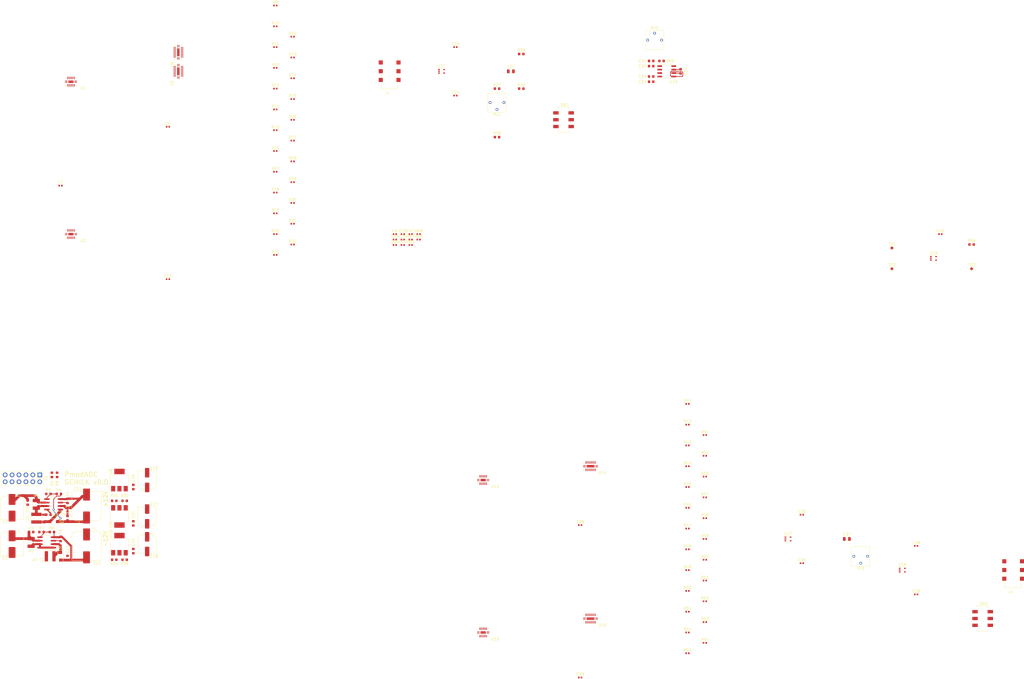
<source format=kicad_pcb>
(kicad_pcb (version 20171130) (host pcbnew "(5.1.6)-1")
  (layers (0 F.Cu signal) (1 In1.Cu signal) (2 In2.Cu signal) (31 B.Cu signal) (34 B.Paste user) (35 F.Paste user) (36 B.SilkS user) (37 F.SilkS user) (38 B.Mask user) (39 F.Mask user) (44 Edge.Cuts user))
  (net 0 "")
  (net 1 GND)
  (net 2 +3V3)
  (net 3 "Net-(C4-Pad1)")
  (net 4 +5V)
  (net 5 "Net-(C12-Pad2)")
  (net 6 "Net-(C8-Pad1)")
  (net 7 "Net-(C11-Pad1)")
  (net 8 +9V)
  (net 9 -9V)
  (net 10 "Net-(C27-Pad2)")
  (net 11 "Net-(C27-Pad1)")
  (net 12 "Net-(C34-Pad1)")
  (net 13 "Net-(C37-Pad2)")
  (net 14 "Net-(C37-Pad1)")
  (net 15 "Net-(D1-Pad1)")
  (net 16 "Net-(D2-Pad2)")
  (net 17 "Net-(D3-Pad2)")
  (net 18 "Net-(J1-PadT)")
  (net 19 /COMP)
  (net 20 /S&H)
  (net 21 /DAC_S)
  (net 22 /ADC_S)
  (net 23 /DAC_C)
  (net 24 /ADC_C)
  (net 25 /DAC_L)
  (net 26 /ADC_L)
  (net 27 "Net-(J4-PadT)")
  (net 28 "Net-(L1-Pad1)")
  (net 29 "Net-(R2-Pad1)")
  (net 30 "Net-(R3-Pad2)")
  (net 31 "Net-(R4-Pad1)")
  (net 32 "Net-(R6-Pad1)")
  (net 33 "Net-(R10-Pad1)")
  (net 34 "Net-(R10-Pad2)")
  (net 35 "Net-(R11-Pad2)")
  (net 36 "Net-(R11-Pad1)")
  (net 37 "Net-(R12-Pad2)")
  (net 38 "Net-(R12-Pad1)")
  (net 39 "Net-(R13-Pad2)")
  (net 40 "Net-(R13-Pad1)")
  (net 41 "Net-(R14-Pad2)")
  (net 42 "Net-(R14-Pad1)")
  (net 43 "Net-(R15-Pad2)")
  (net 44 "Net-(R15-Pad1)")
  (net 45 "Net-(R16-Pad2)")
  (net 46 "Net-(R16-Pad1)")
  (net 47 "Net-(R17-Pad2)")
  (net 48 "Net-(R17-Pad1)")
  (net 49 "Net-(R18-Pad2)")
  (net 50 "Net-(R18-Pad1)")
  (net 51 "Net-(R19-Pad2)")
  (net 52 "Net-(R19-Pad1)")
  (net 53 "Net-(R20-Pad2)")
  (net 54 "Net-(R20-Pad1)")
  (net 55 "Net-(R21-Pad2)")
  (net 56 "Net-(R21-Pad1)")
  (net 57 "Net-(R33-Pad2)")
  (net 58 "Net-(R34-Pad1)")
  (net 59 "Net-(R37-Pad2)")
  (net 60 "Net-(R38-Pad1)")
  (net 61 "Net-(R41-Pad1)")
  (net 62 "Net-(R42-Pad2)")
  (net 63 "Net-(R43-Pad2)")
  (net 64 "Net-(R43-Pad1)")
  (net 65 "Net-(R44-Pad2)")
  (net 66 "Net-(R44-Pad1)")
  (net 67 "Net-(R45-Pad2)")
  (net 68 "Net-(R45-Pad1)")
  (net 69 "Net-(R46-Pad2)")
  (net 70 "Net-(R46-Pad1)")
  (net 71 "Net-(R47-Pad2)")
  (net 72 "Net-(R47-Pad1)")
  (net 73 "Net-(R48-Pad2)")
  (net 74 "Net-(R48-Pad1)")
  (net 75 "Net-(R49-Pad2)")
  (net 76 "Net-(R49-Pad1)")
  (net 77 "Net-(R50-Pad2)")
  (net 78 "Net-(R50-Pad1)")
  (net 79 "Net-(R51-Pad2)")
  (net 80 "Net-(R51-Pad1)")
  (net 81 "Net-(R52-Pad2)")
  (net 82 "Net-(R52-Pad1)")
  (net 83 "Net-(R53-Pad2)")
  (net 84 "Net-(R53-Pad1)")
  (net 85 "Net-(R65-Pad2)")
  (net 86 "Net-(RV2-Pad2)")
  (net 87 "Net-(RV3-Pad2)")
  (net 88 "Net-(SW1-Pad2)")
  (net 89 "Net-(U1-Pad9)")
  (net 90 "Net-(U1-Pad1)")
  (net 91 "Net-(U1-Pad7)")
  (net 92 "Net-(U1-Pad6)")
  (net 93 "Net-(U1-Pad5)")
  (net 94 "Net-(U1-Pad4)")
  (net 95 "Net-(U1-Pad3)")
  (net 96 "Net-(U1-Pad2)")
  (net 97 "Net-(U1-Pad15)")
  (net 98 "Net-(U2-Pad1)")
  (net 99 "Net-(U2-Pad3)")
  (net 100 "Net-(U2-Pad2)")
  (net 101 "Net-(U2-Pad15)")
  (net 102 "Net-(U12-Pad9)")
  (net 103 "Net-(U12-Pad1)")
  (net 104 "Net-(U12-Pad7)")
  (net 105 "Net-(U12-Pad6)")
  (net 106 "Net-(U12-Pad5)")
  (net 107 "Net-(U12-Pad4)")
  (net 108 "Net-(U12-Pad3)")
  (net 109 "Net-(U12-Pad2)")
  (net 110 "Net-(U12-Pad15)")
  (net 111 "Net-(U13-Pad1)")
  (net 112 "Net-(U13-Pad3)")
  (net 113 "Net-(U13-Pad2)")
  (net 114 "Net-(U13-Pad15)")
  (net 115 "Net-(SW2-Pad1)")
  (net 116 "Net-(TP1-Pad1)")
  (net 117 "Net-(C15-Pad1)")
  (net 118 "Net-(C19-Pad1)")
  (net 119 "Net-(C25-Pad1)")
  (net 120 "Net-(C41-Pad1)")
  (net 121 "Net-(SW1-Pad6)")
  (net 122 "Net-(SW1-Pad5)")
  (net 123 "Net-(SW1-Pad4)")
  (net 124 "Net-(SW2-Pad6)")
  (net 125 "Net-(SW2-Pad5)")
  (net 126 "Net-(SW2-Pad4)")
  (net 127 "Net-(U2-Pad9)")
  (net 128 "Net-(U2-Pad7)")
  (net 129 "Net-(U2-Pad6)")
  (net 130 "Net-(U2-Pad5)")
  (net 131 "Net-(U2-Pad4)")
  (net 132 "Net-(U6-Pad15)")
  (net 133 "Net-(U6-Pad16)")
  (net 134 "Net-(U6-Pad17)")
  (net 135 "Net-(U6-Pad18)")
  (net 136 "Net-(U13-Pad9)")
  (net 137 "Net-(U13-Pad7)")
  (net 138 "Net-(U13-Pad6)")
  (net 139 "Net-(U13-Pad5)")
  (net 140 "Net-(U13-Pad4)")
  (net 141 "Net-(U15-Pad15)")
  (net 142 "Net-(U15-Pad16)")
  (net 143 "Net-(U15-Pad17)")
  (net 144 "Net-(U15-Pad18)")
  (module Resistor_SMD:R_0402_1005Metric (layer F.Cu) (at 121.76 -212.64)
    (fp_text reference R70 (at 0 -1.17) (layer F.SilkS))
    (fp_text value 100R)
    (pad 2 smd roundrect (at 0.485 0) (size 0.59 0.64) (layers F.Cu F.Paste F.Mask) (net 120 "Net-(C41-Pad1)"))
    (pad 1 smd roundrect (at -0.485 0) (size 0.59 0.64) (layers F.Cu F.Paste F.Mask) (net 4 +5V))
  )
  (module Resistor_SMD:R_0402_1005Metric (layer F.Cu) (at 118.85 -210.65)
    (fp_text reference R69 (at 0 -1.17) (layer F.SilkS))
    (fp_text value 100R)
    (pad 2 smd roundrect (at 0.485 0) (size 0.59 0.64) (layers F.Cu F.Paste F.Mask) (net 119 "Net-(C25-Pad1)"))
    (pad 1 smd roundrect (at -0.485 0) (size 0.59 0.64) (layers F.Cu F.Paste F.Mask) (net 4 +5V))
  )
  (module Resistor_SMD:R_0402_1005Metric (layer F.Cu) (at 121.76 -214.63)
    (fp_text reference R68 (at 0 -1.17) (layer F.SilkS))
    (fp_text value 100R)
    (pad 2 smd roundrect (at 0.485 0) (size 0.59 0.64) (layers F.Cu F.Paste F.Mask) (net 118 "Net-(C19-Pad1)"))
    (pad 1 smd roundrect (at -0.485 0) (size 0.59 0.64) (layers F.Cu F.Paste F.Mask) (net 4 +5V))
  )
  (module Resistor_SMD:R_0402_1005Metric (layer F.Cu) (at 118.85 -212.64)
    (fp_text reference R67 (at 0 -1.17) (layer F.SilkS))
    (fp_text value 100R)
    (pad 2 smd roundrect (at 0.485 0) (size 0.59 0.64) (layers F.Cu F.Paste F.Mask) (net 117 "Net-(C15-Pad1)"))
    (pad 1 smd roundrect (at -0.485 0) (size 0.59 0.64) (layers F.Cu F.Paste F.Mask) (net 4 +5V))
  )
  (module Capacitor_SMD:C_0402_1005Metric (layer F.Cu) (at 115.94 -210.65)
    (fp_text reference C42 (at 0 -1.17) (layer F.SilkS))
    (fp_text value 100n)
    (pad 2 smd roundrect (at 0.485 0) (size 0.59 0.64) (layers F.Cu F.Paste F.Mask) (net 1 GND))
    (pad 1 smd roundrect (at -0.485 0) (size 0.59 0.64) (layers F.Cu F.Paste F.Mask) (net 120 "Net-(C41-Pad1)"))
  )
  (module Capacitor_SMD:C_0402_1005Metric (layer F.Cu) (at 118.85 -214.63)
    (fp_text reference C41 (at 0 -1.17) (layer F.SilkS))
    (fp_text value 1u)
    (pad 2 smd roundrect (at 0.485 0) (size 0.59 0.64) (layers F.Cu F.Paste F.Mask) (net 1 GND))
    (pad 1 smd roundrect (at -0.485 0) (size 0.59 0.64) (layers F.Cu F.Paste F.Mask) (net 120 "Net-(C41-Pad1)"))
  )
  (module Capacitor_SMD:C_0402_1005Metric (layer F.Cu) (at 115.94 -212.64)
    (fp_text reference C26 (at 0 -1.17) (layer F.SilkS))
    (fp_text value 100n)
    (pad 2 smd roundrect (at 0.485 0) (size 0.59 0.64) (layers F.Cu F.Paste F.Mask) (net 1 GND))
    (pad 1 smd roundrect (at -0.485 0) (size 0.59 0.64) (layers F.Cu F.Paste F.Mask) (net 119 "Net-(C25-Pad1)"))
  )
  (module Capacitor_SMD:C_0402_1005Metric (layer F.Cu) (at 113.03 -210.65)
    (fp_text reference C25 (at 0 -1.17) (layer F.SilkS))
    (fp_text value 1u)
    (pad 2 smd roundrect (at 0.485 0) (size 0.59 0.64) (layers F.Cu F.Paste F.Mask) (net 1 GND))
    (pad 1 smd roundrect (at -0.485 0) (size 0.59 0.64) (layers F.Cu F.Paste F.Mask) (net 119 "Net-(C25-Pad1)"))
  )
  (module Capacitor_SMD:C_0402_1005Metric (layer F.Cu) (at 115.94 -214.63)
    (fp_text reference C19 (at 0 -1.17) (layer F.SilkS))
    (fp_text value 1u)
    (pad 2 smd roundrect (at 0.485 0) (size 0.59 0.64) (layers F.Cu F.Paste F.Mask) (net 1 GND))
    (pad 1 smd roundrect (at -0.485 0) (size 0.59 0.64) (layers F.Cu F.Paste F.Mask) (net 118 "Net-(C19-Pad1)"))
  )
  (module Capacitor_SMD:C_0402_1005Metric (layer F.Cu) (at 113.03 -212.64)
    (fp_text reference C15 (at 0 -1.17) (layer F.SilkS))
    (fp_text value 100n)
    (pad 2 smd roundrect (at 0.485 0) (size 0.59 0.64) (layers F.Cu F.Paste F.Mask) (net 1 GND))
    (pad 1 smd roundrect (at -0.485 0) (size 0.59 0.64) (layers F.Cu F.Paste F.Mask) (net 117 "Net-(C15-Pad1)"))
  )
  (module Capacitor_SMD:C_0402_1005Metric (layer F.Cu) (at 113.03 -214.63)
    (fp_text reference C6 (at 0 -1.17) (layer F.SilkS))
    (fp_text value 1u)
    (pad 2 smd roundrect (at 0.485 0) (size 0.59 0.64) (layers F.Cu F.Paste F.Mask) (net 1 GND))
    (pad 1 smd roundrect (at -0.485 0) (size 0.59 0.64) (layers F.Cu F.Paste F.Mask) (net 117 "Net-(C15-Pad1)"))
  )
  (module Package_SO:SOIC-8_3.9x4.9mm_P1.27mm (layer F.Cu) (at -12.065 -115.57 180)
    (fp_text reference U3 (at -3.175 -3.81) (layer F.SilkS))
    (fp_text value MC34063AD)
    (pad 8 smd roundrect (at 2.475 -1.905 180) (size 1.95 0.6) (layers F.Cu F.Paste F.Mask) (net 30 "Net-(R3-Pad2)"))
    (pad 7 smd roundrect (at 2.475 -0.635 180) (size 1.95 0.6) (layers F.Cu F.Paste F.Mask) (net 28 "Net-(L1-Pad1)"))
    (pad 6 smd roundrect (at 2.475 0.635 180) (size 1.95 0.6) (layers F.Cu F.Paste F.Mask) (net 2 +3V3))
    (pad 5 smd roundrect (at 2.475 1.905 180) (size 1.95 0.6) (layers F.Cu F.Paste F.Mask) (net 31 "Net-(R4-Pad1)"))
    (pad 4 smd roundrect (at -2.475 1.905 180) (size 1.95 0.6) (layers F.Cu F.Paste F.Mask) (net 1 GND))
    (pad 3 smd roundrect (at -2.475 0.635 180) (size 1.95 0.6) (layers F.Cu F.Paste F.Mask) (net 3 "Net-(C4-Pad1)"))
    (pad 2 smd roundrect (at -2.475 -0.635 180) (size 1.95 0.6) (layers F.Cu F.Paste F.Mask) (net 1 GND))
    (pad 1 smd roundrect (at -2.475 -1.905 180) (size 1.95 0.6) (layers F.Cu F.Paste F.Mask) (net 16 "Net-(D2-Pad2)"))
  )
  (module Package_TO_SOT_SMD:SOT-353_SC-70-5 (layer F.Cu) (at 310.515 -205.74)
    (fp_text reference U19 (at 0 -2) (layer F.SilkS))
    (fp_text value LMV7235)
    (pad 5 smd rect (at 0.95 -0.65) (size 0.65 0.4) (layers F.Cu F.Paste F.Mask) (net 4 +5V))
    (pad 4 smd rect (at 0.95 0.65) (size 0.65 0.4) (layers F.Cu F.Paste F.Mask) (net 56 "Net-(R21-Pad1)"))
    (pad 2 smd rect (at -0.95 0) (size 0.65 0.4) (layers F.Cu F.Paste F.Mask) (net 1 GND))
    (pad 3 smd rect (at -0.95 0.65) (size 0.65 0.4) (layers F.Cu F.Paste F.Mask) (net 116 "Net-(TP1-Pad1)"))
    (pad 1 smd rect (at -0.95 -0.65) (size 0.65 0.4) (layers F.Cu F.Paste F.Mask) (net 19 /COMP))
  )
  (module Package_TO_SOT_SMD:SOT-353_SC-70-5 (layer F.Cu) (at 299.085 -91.44)
    (fp_text reference U18 (at 0 -2) (layer F.SilkS))
    (fp_text value TLV172IDCK)
    (pad 5 smd rect (at 0.95 -0.65) (size 0.65 0.4) (layers F.Cu F.Paste F.Mask) (net 8 +9V))
    (pad 4 smd rect (at 0.95 0.65) (size 0.65 0.4) (layers F.Cu F.Paste F.Mask) (net 115 "Net-(SW2-Pad1)"))
    (pad 2 smd rect (at -0.95 0) (size 0.65 0.4) (layers F.Cu F.Paste F.Mask) (net 9 -9V))
    (pad 3 smd rect (at -0.95 0.65) (size 0.65 0.4) (layers F.Cu F.Paste F.Mask) (net 115 "Net-(SW2-Pad1)"))
    (pad 1 smd rect (at -0.95 -0.65) (size 0.65 0.4) (layers F.Cu F.Paste F.Mask) (net 87 "Net-(RV3-Pad2)"))
  )
  (module Package_TO_SOT_SMD:SOT-353_SC-70-5 (layer F.Cu) (at 257.175 -102.87)
    (fp_text reference U17 (at 0 -2) (layer F.SilkS))
    (fp_text value TLV172IDCK)
    (pad 5 smd rect (at 0.95 -0.65) (size 0.65 0.4) (layers F.Cu F.Paste F.Mask) (net 8 +9V))
    (pad 4 smd rect (at 0.95 0.65) (size 0.65 0.4) (layers F.Cu F.Paste F.Mask) (net 13 "Net-(C37-Pad2)"))
    (pad 2 smd rect (at -0.95 0) (size 0.65 0.4) (layers F.Cu F.Paste F.Mask) (net 9 -9V))
    (pad 3 smd rect (at -0.95 0.65) (size 0.65 0.4) (layers F.Cu F.Paste F.Mask) (net 13 "Net-(C37-Pad2)"))
    (pad 1 smd rect (at -0.95 -0.65) (size 0.65 0.4) (layers F.Cu F.Paste F.Mask) (net 84 "Net-(R53-Pad1)"))
  )
  (module Package_SO:SO-8_3.9x4.9mm_P1.27mm (layer F.Cu) (at 212.725 -274.32)
    (fp_text reference U16 (at 2.54 3.81) (layer F.SilkS))
    (fp_text value LF398_SOIC8)
    (pad 8 smd roundrect (at 2.575 -1.905) (size 1.75 0.6) (layers F.Cu F.Paste F.Mask) (net 20 /S&H))
    (pad 7 smd roundrect (at 2.575 -0.635) (size 1.75 0.6) (layers F.Cu F.Paste F.Mask) (net 1 GND))
    (pad 6 smd roundrect (at 2.575 0.635) (size 1.75 0.6) (layers F.Cu F.Paste F.Mask) (net 12 "Net-(C34-Pad1)"))
    (pad 5 smd roundrect (at 2.575 1.905) (size 1.75 0.6) (layers F.Cu F.Paste F.Mask) (net 116 "Net-(TP1-Pad1)"))
    (pad 4 smd roundrect (at -2.575 1.905) (size 1.75 0.6) (layers F.Cu F.Paste F.Mask) (net 9 -9V))
    (pad 3 smd roundrect (at -2.575 0.635) (size 1.75 0.6) (layers F.Cu F.Paste F.Mask) (net 88 "Net-(SW1-Pad2)"))
    (pad 2 smd roundrect (at -2.575 -0.635) (size 1.75 0.6) (layers F.Cu F.Paste F.Mask) (net 86 "Net-(RV2-Pad2)"))
    (pad 1 smd roundrect (at -2.575 -1.905) (size 1.75 0.6) (layers F.Cu F.Paste F.Mask) (net 8 +9V))
  )
  (module SOT764-1_DHVQFN20:SOT764-1_DHVQFN20 (layer F.Cu) (at 184.785 -73.66)
    (fp_text reference U15 (at 4.375 2.375) (layer F.SilkS))
    (fp_text value 74AHCV541ABQ)
    (pad 21 smd rect (at 0 0 180) (size 2.9 0.9) (layers F.Cu F.Mask))
    (pad 11 smd rect (at 2.25 -0.25 270) (size 0.24 0.95) (layers F.Cu F.Paste F.Mask) (net 77 "Net-(R50-Pad2)"))
    (pad 10 smd rect (at 2.25 0.25 270) (size 0.24 0.95) (layers F.Cu F.Paste F.Mask) (net 1 GND))
    (pad 20 smd rect (at -2.25 -0.25 270) (size 0.24 0.95) (layers F.Cu F.Paste F.Mask) (net 4 +5V))
    (pad 1 smd rect (at -2.25 0.25 270) (size 0.24 0.95) (layers F.Cu F.Paste F.Mask) (net 1 GND))
    (pad 9 smd rect (at 1.75 1.325 180) (size 0.24 0.95) (layers F.Cu F.Paste F.Mask) (net 114 "Net-(U13-Pad15)"))
    (pad 8 smd rect (at 1.25 1.325 180) (size 0.24 0.95) (layers F.Cu F.Paste F.Mask) (net 111 "Net-(U13-Pad1)"))
    (pad 7 smd rect (at 0.75 1.325 180) (size 0.24 0.95) (layers F.Cu F.Paste F.Mask) (net 113 "Net-(U13-Pad2)"))
    (pad 6 smd rect (at 0.25 1.325 180) (size 0.24 0.95) (layers F.Cu F.Paste F.Mask) (net 112 "Net-(U13-Pad3)"))
    (pad 5 smd rect (at -0.25 1.325 180) (size 0.24 0.95) (layers F.Cu F.Paste F.Mask) (net 1 GND))
    (pad 4 smd rect (at -0.75 1.325 180) (size 0.24 0.95) (layers F.Cu F.Paste F.Mask) (net 1 GND))
    (pad 3 smd rect (at -1.25 1.325 180) (size 0.24 0.95) (layers F.Cu F.Paste F.Mask) (net 1 GND))
    (pad 2 smd rect (at -1.75 1.325 180) (size 0.24 0.95) (layers F.Cu F.Paste F.Mask) (net 1 GND))
    (pad 12 smd rect (at 1.75 -1.375 180) (size 0.24 0.95) (layers F.Cu F.Paste F.Mask) (net 79 "Net-(R51-Pad2)"))
    (pad 13 smd rect (at 1.25 -1.375 180) (size 0.24 0.95) (layers F.Cu F.Paste F.Mask) (net 81 "Net-(R52-Pad2)"))
    (pad 14 smd rect (at 0.75 -1.375 180) (size 0.24 0.95) (layers F.Cu F.Paste F.Mask) (net 83 "Net-(R53-Pad2)"))
    (pad 15 smd rect (at 0.25 -1.375 180) (size 0.24 0.95) (layers F.Cu F.Paste F.Mask) (net 141 "Net-(U15-Pad15)"))
    (pad 16 smd rect (at -0.25 -1.375 180) (size 0.24 0.95) (layers F.Cu F.Paste F.Mask) (net 142 "Net-(U15-Pad16)"))
    (pad 17 smd rect (at -0.75 -1.375 180) (size 0.24 0.95) (layers F.Cu F.Paste F.Mask) (net 143 "Net-(U15-Pad17)"))
    (pad 18 smd rect (at -1.25 -1.375 180) (size 0.24 0.95) (layers F.Cu F.Paste F.Mask) (net 144 "Net-(U15-Pad18)"))
    (pad 19 smd rect (at -1.75 -1.375 180) (size 0.24 0.95) (layers F.Cu F.Paste F.Mask) (net 1 GND))
  )
  (module SOT764-1_DHVQFN20:SOT764-1_DHVQFN20 (layer F.Cu) (at 184.785 -129.54)
    (fp_text reference U14 (at 4.375 2.375) (layer F.SilkS))
    (fp_text value 74AHCV541ABQ)
    (pad 21 smd rect (at 0 0 180) (size 2.9 0.9) (layers F.Cu F.Mask))
    (pad 11 smd rect (at 2.25 -0.25 270) (size 0.24 0.95) (layers F.Cu F.Paste F.Mask) (net 62 "Net-(R42-Pad2)"))
    (pad 10 smd rect (at 2.25 0.25 270) (size 0.24 0.95) (layers F.Cu F.Paste F.Mask) (net 1 GND))
    (pad 20 smd rect (at -2.25 -0.25 270) (size 0.24 0.95) (layers F.Cu F.Paste F.Mask) (net 4 +5V))
    (pad 1 smd rect (at -2.25 0.25 270) (size 0.24 0.95) (layers F.Cu F.Paste F.Mask) (net 1 GND))
    (pad 9 smd rect (at 1.75 1.325 180) (size 0.24 0.95) (layers F.Cu F.Paste F.Mask) (net 110 "Net-(U12-Pad15)"))
    (pad 8 smd rect (at 1.25 1.325 180) (size 0.24 0.95) (layers F.Cu F.Paste F.Mask) (net 103 "Net-(U12-Pad1)"))
    (pad 7 smd rect (at 0.75 1.325 180) (size 0.24 0.95) (layers F.Cu F.Paste F.Mask) (net 109 "Net-(U12-Pad2)"))
    (pad 6 smd rect (at 0.25 1.325 180) (size 0.24 0.95) (layers F.Cu F.Paste F.Mask) (net 108 "Net-(U12-Pad3)"))
    (pad 5 smd rect (at -0.25 1.325 180) (size 0.24 0.95) (layers F.Cu F.Paste F.Mask) (net 107 "Net-(U12-Pad4)"))
    (pad 4 smd rect (at -0.75 1.325 180) (size 0.24 0.95) (layers F.Cu F.Paste F.Mask) (net 106 "Net-(U12-Pad5)"))
    (pad 3 smd rect (at -1.25 1.325 180) (size 0.24 0.95) (layers F.Cu F.Paste F.Mask) (net 105 "Net-(U12-Pad6)"))
    (pad 2 smd rect (at -1.75 1.325 180) (size 0.24 0.95) (layers F.Cu F.Paste F.Mask) (net 104 "Net-(U12-Pad7)"))
    (pad 12 smd rect (at 1.75 -1.375 180) (size 0.24 0.95) (layers F.Cu F.Paste F.Mask) (net 63 "Net-(R43-Pad2)"))
    (pad 13 smd rect (at 1.25 -1.375 180) (size 0.24 0.95) (layers F.Cu F.Paste F.Mask) (net 65 "Net-(R44-Pad2)"))
    (pad 14 smd rect (at 0.75 -1.375 180) (size 0.24 0.95) (layers F.Cu F.Paste F.Mask) (net 67 "Net-(R45-Pad2)"))
    (pad 15 smd rect (at 0.25 -1.375 180) (size 0.24 0.95) (layers F.Cu F.Paste F.Mask) (net 69 "Net-(R46-Pad2)"))
    (pad 16 smd rect (at -0.25 -1.375 180) (size 0.24 0.95) (layers F.Cu F.Paste F.Mask) (net 71 "Net-(R47-Pad2)"))
    (pad 17 smd rect (at -0.75 -1.375 180) (size 0.24 0.95) (layers F.Cu F.Paste F.Mask) (net 73 "Net-(R48-Pad2)"))
    (pad 18 smd rect (at -1.25 -1.375 180) (size 0.24 0.95) (layers F.Cu F.Paste F.Mask) (net 75 "Net-(R49-Pad2)"))
    (pad 19 smd rect (at -1.75 -1.375 180) (size 0.24 0.95) (layers F.Cu F.Paste F.Mask) (net 1 GND))
  )
  (module SOT763-1_DHVQFN16:SOT763-1_DHVQFN16 (layer F.Cu) (at 145.415 -68.58)
    (fp_text reference U13 (at 4.375 2.375) (layer F.SilkS))
    (fp_text value 74VHCT595BQ-Q100)
    (pad 17 smd rect (at 0 0 180) (size 1.9 0.9) (layers F.Cu F.Mask))
    (pad 9 smd rect (at 1.75 -0.25 270) (size 0.24 0.95) (layers F.Cu F.Paste F.Mask) (net 136 "Net-(U13-Pad9)"))
    (pad 8 smd rect (at 1.75 0.25 270) (size 0.24 0.95) (layers F.Cu F.Paste F.Mask) (net 1 GND))
    (pad 16 smd rect (at -1.75 -0.25 270) (size 0.24 0.95) (layers F.Cu F.Paste F.Mask) (net 120 "Net-(C41-Pad1)"))
    (pad 1 smd rect (at -1.75 0.25 270) (size 0.24 0.95) (layers F.Cu F.Paste F.Mask) (net 111 "Net-(U13-Pad1)"))
    (pad 7 smd rect (at 1.25 1.325 180) (size 0.24 0.95) (layers F.Cu F.Paste F.Mask) (net 137 "Net-(U13-Pad7)"))
    (pad 6 smd rect (at 0.75 1.325 180) (size 0.24 0.95) (layers F.Cu F.Paste F.Mask) (net 138 "Net-(U13-Pad6)"))
    (pad 5 smd rect (at 0.25 1.325 180) (size 0.24 0.95) (layers F.Cu F.Paste F.Mask) (net 139 "Net-(U13-Pad5)"))
    (pad 4 smd rect (at -0.25 1.325 180) (size 0.24 0.95) (layers F.Cu F.Paste F.Mask) (net 140 "Net-(U13-Pad4)"))
    (pad 3 smd rect (at -0.75 1.325 180) (size 0.24 0.95) (layers F.Cu F.Paste F.Mask) (net 112 "Net-(U13-Pad3)"))
    (pad 2 smd rect (at -1.25 1.325 180) (size 0.24 0.95) (layers F.Cu F.Paste F.Mask) (net 113 "Net-(U13-Pad2)"))
    (pad 10 smd rect (at 1.25 -1.375 180) (size 0.24 0.95) (layers F.Cu F.Paste F.Mask) (net 4 +5V))
    (pad 11 smd rect (at 0.75 -1.375 180) (size 0.24 0.95) (layers F.Cu F.Paste F.Mask) (net 23 /DAC_C))
    (pad 12 smd rect (at 0.25 -1.375 180) (size 0.24 0.95) (layers F.Cu F.Paste F.Mask) (net 25 /DAC_L))
    (pad 13 smd rect (at -0.25 -1.375 180) (size 0.24 0.95) (layers F.Cu F.Paste F.Mask) (net 1 GND))
    (pad 14 smd rect (at -0.75 -1.375 180) (size 0.24 0.95) (layers F.Cu F.Paste F.Mask) (net 102 "Net-(U12-Pad9)"))
    (pad 15 smd rect (at -1.25 -1.375 180) (size 0.24 0.95) (layers F.Cu F.Paste F.Mask) (net 114 "Net-(U13-Pad15)"))
  )
  (module SOT763-1_DHVQFN16:SOT763-1_DHVQFN16 (layer F.Cu) (at 145.415 -124.46)
    (fp_text reference U12 (at 4.375 2.375) (layer F.SilkS))
    (fp_text value 74VHCT595BQ-Q100)
    (pad 17 smd rect (at 0 0 180) (size 1.9 0.9) (layers F.Cu F.Mask))
    (pad 9 smd rect (at 1.75 -0.25 270) (size 0.24 0.95) (layers F.Cu F.Paste F.Mask) (net 102 "Net-(U12-Pad9)"))
    (pad 8 smd rect (at 1.75 0.25 270) (size 0.24 0.95) (layers F.Cu F.Paste F.Mask) (net 1 GND))
    (pad 16 smd rect (at -1.75 -0.25 270) (size 0.24 0.95) (layers F.Cu F.Paste F.Mask) (net 119 "Net-(C25-Pad1)"))
    (pad 1 smd rect (at -1.75 0.25 270) (size 0.24 0.95) (layers F.Cu F.Paste F.Mask) (net 103 "Net-(U12-Pad1)"))
    (pad 7 smd rect (at 1.25 1.325 180) (size 0.24 0.95) (layers F.Cu F.Paste F.Mask) (net 104 "Net-(U12-Pad7)"))
    (pad 6 smd rect (at 0.75 1.325 180) (size 0.24 0.95) (layers F.Cu F.Paste F.Mask) (net 105 "Net-(U12-Pad6)"))
    (pad 5 smd rect (at 0.25 1.325 180) (size 0.24 0.95) (layers F.Cu F.Paste F.Mask) (net 106 "Net-(U12-Pad5)"))
    (pad 4 smd rect (at -0.25 1.325 180) (size 0.24 0.95) (layers F.Cu F.Paste F.Mask) (net 107 "Net-(U12-Pad4)"))
    (pad 3 smd rect (at -0.75 1.325 180) (size 0.24 0.95) (layers F.Cu F.Paste F.Mask) (net 108 "Net-(U12-Pad3)"))
    (pad 2 smd rect (at -1.25 1.325 180) (size 0.24 0.95) (layers F.Cu F.Paste F.Mask) (net 109 "Net-(U12-Pad2)"))
    (pad 10 smd rect (at 1.25 -1.375 180) (size 0.24 0.95) (layers F.Cu F.Paste F.Mask) (net 4 +5V))
    (pad 11 smd rect (at 0.75 -1.375 180) (size 0.24 0.95) (layers F.Cu F.Paste F.Mask) (net 23 /DAC_C))
    (pad 12 smd rect (at 0.25 -1.375 180) (size 0.24 0.95) (layers F.Cu F.Paste F.Mask) (net 25 /DAC_L))
    (pad 13 smd rect (at -0.25 -1.375 180) (size 0.24 0.95) (layers F.Cu F.Paste F.Mask) (net 1 GND))
    (pad 14 smd rect (at -0.75 -1.375 180) (size 0.24 0.95) (layers F.Cu F.Paste F.Mask) (net 21 /DAC_S))
    (pad 15 smd rect (at -1.25 -1.375 180) (size 0.24 0.95) (layers F.Cu F.Paste F.Mask) (net 110 "Net-(U12-Pad15)"))
  )
  (module Package_TO_SOT_SMD:SOT-353_SC-70-5 (layer F.Cu) (at 130.175 -274.32)
    (fp_text reference U11 (at 0 -2) (layer F.SilkS))
    (fp_text value TLV172IDCK)
    (pad 5 smd rect (at 0.95 -0.65) (size 0.65 0.4) (layers F.Cu F.Paste F.Mask) (net 8 +9V))
    (pad 4 smd rect (at 0.95 0.65) (size 0.65 0.4) (layers F.Cu F.Paste F.Mask) (net 10 "Net-(C27-Pad2)"))
    (pad 2 smd rect (at -0.95 0) (size 0.65 0.4) (layers F.Cu F.Paste F.Mask) (net 9 -9V))
    (pad 3 smd rect (at -0.95 0.65) (size 0.65 0.4) (layers F.Cu F.Paste F.Mask) (net 60 "Net-(R38-Pad1)"))
    (pad 1 smd rect (at -0.95 -0.65) (size 0.65 0.4) (layers F.Cu F.Paste F.Mask) (net 18 "Net-(J1-PadT)"))
  )
  (module Package_TO_SOT_SMD:SOT-223-3_TabPin2 (layer F.Cu) (at 12.065 -100.965 90)
    (fp_text reference U10 (at 3.81 -3.175 90) (layer F.SilkS))
    (fp_text value LM337_SOT223)
    (pad 1 smd rect (at -3.15 -2.3 90) (size 2 1.5) (layers F.Cu F.Paste F.Mask) (net 58 "Net-(R34-Pad1)"))
    (pad 3 smd rect (at -3.15 2.3 90) (size 2 1.5) (layers F.Cu F.Paste F.Mask) (net 9 -9V))
    (pad 2 smd rect (at -3.15 0 90) (size 2 1.5) (layers F.Cu F.Paste F.Mask) (net 5 "Net-(C12-Pad2)"))
    (pad 2 smd rect (at 3.15 0 90) (size 2 3.8) (layers F.Cu F.Paste F.Mask) (net 5 "Net-(C12-Pad2)"))
  )
  (module Package_TO_SOT_SMD:SOT-223-3_TabPin2 (layer F.Cu) (at 12.065 -111.125 270)
    (fp_text reference U9 (at 3.175 3.175 90) (layer F.SilkS))
    (fp_text value LM317_SOT-223)
    (pad 1 smd rect (at -3.15 -2.3 270) (size 2 1.5) (layers F.Cu F.Paste F.Mask) (net 57 "Net-(R33-Pad2)"))
    (pad 3 smd rect (at -3.15 2.3 270) (size 2 1.5) (layers F.Cu F.Paste F.Mask) (net 7 "Net-(C11-Pad1)"))
    (pad 2 smd rect (at -3.15 0 270) (size 2 1.5) (layers F.Cu F.Paste F.Mask) (net 8 +9V))
    (pad 2 smd rect (at 3.15 0 270) (size 2 3.8) (layers F.Cu F.Paste F.Mask) (net 8 +9V))
  )
  (module Package_TO_SOT_SMD:SOT-223 (layer F.Cu) (at 12.065 -124.46 90)
    (fp_text reference U8 (at 3.175 -3.175 90) (layer F.SilkS))
    (fp_text value L7805)
    (pad 1 smd rect (at -3.15 -2.3 90) (size 2 1.5) (layers F.Cu F.Paste F.Mask) (net 7 "Net-(C11-Pad1)"))
    (pad 3 smd rect (at -3.15 2.3 90) (size 2 1.5) (layers F.Cu F.Paste F.Mask) (net 4 +5V))
    (pad 2 smd rect (at -3.15 0 90) (size 2 1.5) (layers F.Cu F.Paste F.Mask) (net 1 GND))
    (pad 4 smd rect (at 3.15 0 90) (size 2 3.8) (layers F.Cu F.Paste F.Mask))
  )
  (module SOT764-1_DHVQFN20:SOT764-1_DHVQFN20 (layer F.Cu) (at 33.655 -281.305 270)
    (fp_text reference U6 (at 4.375 2.375 90) (layer F.SilkS))
    (fp_text value 74AHCV541ABQ)
    (pad 21 smd rect (at 0 0 90) (size 2.9 0.9) (layers F.Cu F.Mask))
    (pad 11 smd rect (at 2.25 -0.25 180) (size 0.24 0.95) (layers F.Cu F.Paste F.Mask) (net 49 "Net-(R18-Pad2)"))
    (pad 10 smd rect (at 2.25 0.25 180) (size 0.24 0.95) (layers F.Cu F.Paste F.Mask) (net 1 GND))
    (pad 20 smd rect (at -2.25 -0.25 180) (size 0.24 0.95) (layers F.Cu F.Paste F.Mask) (net 4 +5V))
    (pad 1 smd rect (at -2.25 0.25 180) (size 0.24 0.95) (layers F.Cu F.Paste F.Mask) (net 1 GND))
    (pad 9 smd rect (at 1.75 1.325 90) (size 0.24 0.95) (layers F.Cu F.Paste F.Mask) (net 101 "Net-(U2-Pad15)"))
    (pad 8 smd rect (at 1.25 1.325 90) (size 0.24 0.95) (layers F.Cu F.Paste F.Mask) (net 98 "Net-(U2-Pad1)"))
    (pad 7 smd rect (at 0.75 1.325 90) (size 0.24 0.95) (layers F.Cu F.Paste F.Mask) (net 100 "Net-(U2-Pad2)"))
    (pad 6 smd rect (at 0.25 1.325 90) (size 0.24 0.95) (layers F.Cu F.Paste F.Mask) (net 99 "Net-(U2-Pad3)"))
    (pad 5 smd rect (at -0.25 1.325 90) (size 0.24 0.95) (layers F.Cu F.Paste F.Mask) (net 1 GND))
    (pad 4 smd rect (at -0.75 1.325 90) (size 0.24 0.95) (layers F.Cu F.Paste F.Mask) (net 1 GND))
    (pad 3 smd rect (at -1.25 1.325 90) (size 0.24 0.95) (layers F.Cu F.Paste F.Mask) (net 1 GND))
    (pad 2 smd rect (at -1.75 1.325 90) (size 0.24 0.95) (layers F.Cu F.Paste F.Mask) (net 1 GND))
    (pad 12 smd rect (at 1.75 -1.375 90) (size 0.24 0.95) (layers F.Cu F.Paste F.Mask) (net 51 "Net-(R19-Pad2)"))
    (pad 13 smd rect (at 1.25 -1.375 90) (size 0.24 0.95) (layers F.Cu F.Paste F.Mask) (net 53 "Net-(R20-Pad2)"))
    (pad 14 smd rect (at 0.75 -1.375 90) (size 0.24 0.95) (layers F.Cu F.Paste F.Mask) (net 55 "Net-(R21-Pad2)"))
    (pad 15 smd rect (at 0.25 -1.375 90) (size 0.24 0.95) (layers F.Cu F.Paste F.Mask) (net 132 "Net-(U6-Pad15)"))
    (pad 16 smd rect (at -0.25 -1.375 90) (size 0.24 0.95) (layers F.Cu F.Paste F.Mask) (net 133 "Net-(U6-Pad16)"))
    (pad 17 smd rect (at -0.75 -1.375 90) (size 0.24 0.95) (layers F.Cu F.Paste F.Mask) (net 134 "Net-(U6-Pad17)"))
    (pad 18 smd rect (at -1.25 -1.375 90) (size 0.24 0.95) (layers F.Cu F.Paste F.Mask) (net 135 "Net-(U6-Pad18)"))
    (pad 19 smd rect (at -1.75 -1.375 90) (size 0.24 0.95) (layers F.Cu F.Paste F.Mask) (net 1 GND))
  )
  (module SOT764-1_DHVQFN20:SOT764-1_DHVQFN20 (layer F.Cu) (at 33.655 -274.32 270)
    (fp_text reference U5 (at 4.375 2.375 90) (layer F.SilkS))
    (fp_text value 74AHCV541ABQ)
    (pad 21 smd rect (at 0 0 90) (size 2.9 0.9) (layers F.Cu F.Mask))
    (pad 11 smd rect (at 2.25 -0.25 180) (size 0.24 0.95) (layers F.Cu F.Paste F.Mask) (net 34 "Net-(R10-Pad2)"))
    (pad 10 smd rect (at 2.25 0.25 180) (size 0.24 0.95) (layers F.Cu F.Paste F.Mask) (net 1 GND))
    (pad 20 smd rect (at -2.25 -0.25 180) (size 0.24 0.95) (layers F.Cu F.Paste F.Mask) (net 4 +5V))
    (pad 1 smd rect (at -2.25 0.25 180) (size 0.24 0.95) (layers F.Cu F.Paste F.Mask) (net 1 GND))
    (pad 9 smd rect (at 1.75 1.325 90) (size 0.24 0.95) (layers F.Cu F.Paste F.Mask) (net 97 "Net-(U1-Pad15)"))
    (pad 8 smd rect (at 1.25 1.325 90) (size 0.24 0.95) (layers F.Cu F.Paste F.Mask) (net 90 "Net-(U1-Pad1)"))
    (pad 7 smd rect (at 0.75 1.325 90) (size 0.24 0.95) (layers F.Cu F.Paste F.Mask) (net 96 "Net-(U1-Pad2)"))
    (pad 6 smd rect (at 0.25 1.325 90) (size 0.24 0.95) (layers F.Cu F.Paste F.Mask) (net 95 "Net-(U1-Pad3)"))
    (pad 5 smd rect (at -0.25 1.325 90) (size 0.24 0.95) (layers F.Cu F.Paste F.Mask) (net 94 "Net-(U1-Pad4)"))
    (pad 4 smd rect (at -0.75 1.325 90) (size 0.24 0.95) (layers F.Cu F.Paste F.Mask) (net 93 "Net-(U1-Pad5)"))
    (pad 3 smd rect (at -1.25 1.325 90) (size 0.24 0.95) (layers F.Cu F.Paste F.Mask) (net 92 "Net-(U1-Pad6)"))
    (pad 2 smd rect (at -1.75 1.325 90) (size 0.24 0.95) (layers F.Cu F.Paste F.Mask) (net 91 "Net-(U1-Pad7)"))
    (pad 12 smd rect (at 1.75 -1.375 90) (size 0.24 0.95) (layers F.Cu F.Paste F.Mask) (net 35 "Net-(R11-Pad2)"))
    (pad 13 smd rect (at 1.25 -1.375 90) (size 0.24 0.95) (layers F.Cu F.Paste F.Mask) (net 37 "Net-(R12-Pad2)"))
    (pad 14 smd rect (at 0.75 -1.375 90) (size 0.24 0.95) (layers F.Cu F.Paste F.Mask) (net 39 "Net-(R13-Pad2)"))
    (pad 15 smd rect (at 0.25 -1.375 90) (size 0.24 0.95) (layers F.Cu F.Paste F.Mask) (net 41 "Net-(R14-Pad2)"))
    (pad 16 smd rect (at -0.25 -1.375 90) (size 0.24 0.95) (layers F.Cu F.Paste F.Mask) (net 43 "Net-(R15-Pad2)"))
    (pad 17 smd rect (at -0.75 -1.375 90) (size 0.24 0.95) (layers F.Cu F.Paste F.Mask) (net 45 "Net-(R16-Pad2)"))
    (pad 18 smd rect (at -1.25 -1.375 90) (size 0.24 0.95) (layers F.Cu F.Paste F.Mask) (net 47 "Net-(R17-Pad2)"))
    (pad 19 smd rect (at -1.75 -1.375 90) (size 0.24 0.95) (layers F.Cu F.Paste F.Mask) (net 1 GND))
  )
  (module Package_SO:SOIC-8_3.9x4.9mm_P1.27mm (layer F.Cu) (at -14.605 -101.6 180)
    (fp_text reference U4 (at 4.445 -6.35) (layer F.SilkS))
    (fp_text value MC34063AD)
    (pad 8 smd roundrect (at 2.475 -1.905 180) (size 1.95 0.6) (layers F.Cu F.Paste F.Mask) (net 29 "Net-(R2-Pad1)"))
    (pad 7 smd roundrect (at 2.475 -0.635 180) (size 1.95 0.6) (layers F.Cu F.Paste F.Mask) (net 29 "Net-(R2-Pad1)"))
    (pad 6 smd roundrect (at 2.475 0.635 180) (size 1.95 0.6) (layers F.Cu F.Paste F.Mask) (net 2 +3V3))
    (pad 5 smd roundrect (at 2.475 1.905 180) (size 1.95 0.6) (layers F.Cu F.Paste F.Mask) (net 32 "Net-(R6-Pad1)"))
    (pad 4 smd roundrect (at -2.475 1.905 180) (size 1.95 0.6) (layers F.Cu F.Paste F.Mask) (net 5 "Net-(C12-Pad2)"))
    (pad 3 smd roundrect (at -2.475 0.635 180) (size 1.95 0.6) (layers F.Cu F.Paste F.Mask) (net 6 "Net-(C8-Pad1)"))
    (pad 2 smd roundrect (at -2.475 -0.635 180) (size 1.95 0.6) (layers F.Cu F.Paste F.Mask) (net 15 "Net-(D1-Pad1)"))
    (pad 1 smd roundrect (at -2.475 -1.905 180) (size 1.95 0.6) (layers F.Cu F.Paste F.Mask) (net 29 "Net-(R2-Pad1)"))
  )
  (module SOT763-1_DHVQFN16:SOT763-1_DHVQFN16 (layer F.Cu) (at -5.715 -214.63)
    (fp_text reference U2 (at 4.375 2.375) (layer F.SilkS))
    (fp_text value 74VHCT595BQ-Q100)
    (pad 17 smd rect (at 0 0 180) (size 1.9 0.9) (layers F.Cu F.Mask))
    (pad 9 smd rect (at 1.75 -0.25 270) (size 0.24 0.95) (layers F.Cu F.Paste F.Mask) (net 127 "Net-(U2-Pad9)"))
    (pad 8 smd rect (at 1.75 0.25 270) (size 0.24 0.95) (layers F.Cu F.Paste F.Mask) (net 1 GND))
    (pad 16 smd rect (at -1.75 -0.25 270) (size 0.24 0.95) (layers F.Cu F.Paste F.Mask) (net 118 "Net-(C19-Pad1)"))
    (pad 1 smd rect (at -1.75 0.25 270) (size 0.24 0.95) (layers F.Cu F.Paste F.Mask) (net 98 "Net-(U2-Pad1)"))
    (pad 7 smd rect (at 1.25 1.325 180) (size 0.24 0.95) (layers F.Cu F.Paste F.Mask) (net 128 "Net-(U2-Pad7)"))
    (pad 6 smd rect (at 0.75 1.325 180) (size 0.24 0.95) (layers F.Cu F.Paste F.Mask) (net 129 "Net-(U2-Pad6)"))
    (pad 5 smd rect (at 0.25 1.325 180) (size 0.24 0.95) (layers F.Cu F.Paste F.Mask) (net 130 "Net-(U2-Pad5)"))
    (pad 4 smd rect (at -0.25 1.325 180) (size 0.24 0.95) (layers F.Cu F.Paste F.Mask) (net 131 "Net-(U2-Pad4)"))
    (pad 3 smd rect (at -0.75 1.325 180) (size 0.24 0.95) (layers F.Cu F.Paste F.Mask) (net 99 "Net-(U2-Pad3)"))
    (pad 2 smd rect (at -1.25 1.325 180) (size 0.24 0.95) (layers F.Cu F.Paste F.Mask) (net 100 "Net-(U2-Pad2)"))
    (pad 10 smd rect (at 1.25 -1.375 180) (size 0.24 0.95) (layers F.Cu F.Paste F.Mask) (net 4 +5V))
    (pad 11 smd rect (at 0.75 -1.375 180) (size 0.24 0.95) (layers F.Cu F.Paste F.Mask) (net 24 /ADC_C))
    (pad 12 smd rect (at 0.25 -1.375 180) (size 0.24 0.95) (layers F.Cu F.Paste F.Mask) (net 26 /ADC_L))
    (pad 13 smd rect (at -0.25 -1.375 180) (size 0.24 0.95) (layers F.Cu F.Paste F.Mask) (net 1 GND))
    (pad 14 smd rect (at -0.75 -1.375 180) (size 0.24 0.95) (layers F.Cu F.Paste F.Mask) (net 89 "Net-(U1-Pad9)"))
    (pad 15 smd rect (at -1.25 -1.375 180) (size 0.24 0.95) (layers F.Cu F.Paste F.Mask) (net 101 "Net-(U2-Pad15)"))
  )
  (module SOT763-1_DHVQFN16:SOT763-1_DHVQFN16 (layer F.Cu) (at -5.715 -270.51)
    (fp_text reference U1 (at 4.375 2.375) (layer F.SilkS))
    (fp_text value 74VHCT595BQ-Q100)
    (pad 17 smd rect (at 0 0 180) (size 1.9 0.9) (layers F.Cu F.Mask))
    (pad 9 smd rect (at 1.75 -0.25 270) (size 0.24 0.95) (layers F.Cu F.Paste F.Mask) (net 89 "Net-(U1-Pad9)"))
    (pad 8 smd rect (at 1.75 0.25 270) (size 0.24 0.95) (layers F.Cu F.Paste F.Mask) (net 1 GND))
    (pad 16 smd rect (at -1.75 -0.25 270) (size 0.24 0.95) (layers F.Cu F.Paste F.Mask) (net 117 "Net-(C15-Pad1)"))
    (pad 1 smd rect (at -1.75 0.25 270) (size 0.24 0.95) (layers F.Cu F.Paste F.Mask) (net 90 "Net-(U1-Pad1)"))
    (pad 7 smd rect (at 1.25 1.325 180) (size 0.24 0.95) (layers F.Cu F.Paste F.Mask) (net 91 "Net-(U1-Pad7)"))
    (pad 6 smd rect (at 0.75 1.325 180) (size 0.24 0.95) (layers F.Cu F.Paste F.Mask) (net 92 "Net-(U1-Pad6)"))
    (pad 5 smd rect (at 0.25 1.325 180) (size 0.24 0.95) (layers F.Cu F.Paste F.Mask) (net 93 "Net-(U1-Pad5)"))
    (pad 4 smd rect (at -0.25 1.325 180) (size 0.24 0.95) (layers F.Cu F.Paste F.Mask) (net 94 "Net-(U1-Pad4)"))
    (pad 3 smd rect (at -0.75 1.325 180) (size 0.24 0.95) (layers F.Cu F.Paste F.Mask) (net 95 "Net-(U1-Pad3)"))
    (pad 2 smd rect (at -1.25 1.325 180) (size 0.24 0.95) (layers F.Cu F.Paste F.Mask) (net 96 "Net-(U1-Pad2)"))
    (pad 10 smd rect (at 1.25 -1.375 180) (size 0.24 0.95) (layers F.Cu F.Paste F.Mask) (net 4 +5V))
    (pad 11 smd rect (at 0.75 -1.375 180) (size 0.24 0.95) (layers F.Cu F.Paste F.Mask) (net 24 /ADC_C))
    (pad 12 smd rect (at 0.25 -1.375 180) (size 0.24 0.95) (layers F.Cu F.Paste F.Mask) (net 26 /ADC_L))
    (pad 13 smd rect (at -0.25 -1.375 180) (size 0.24 0.95) (layers F.Cu F.Paste F.Mask) (net 1 GND))
    (pad 14 smd rect (at -0.75 -1.375 180) (size 0.24 0.95) (layers F.Cu F.Paste F.Mask) (net 22 /ADC_S))
    (pad 15 smd rect (at -1.25 -1.375 180) (size 0.24 0.95) (layers F.Cu F.Paste F.Mask) (net 97 "Net-(U1-Pad15)"))
  )
  (module TestPoint:TestPoint_Pad_D1.0mm (layer F.Cu) (at 324.485 -201.93)
    (fp_text reference TP3 (at 0 -1.448) (layer F.SilkS))
    (fp_text value Comp)
    (pad 1 smd circle (at 0 0) (size 1 1) (layers F.Cu F.Mask) (net 19 /COMP))
  )
  (module TestPoint:TestPoint_Pad_D1.0mm (layer F.Cu) (at 295.275 -201.93)
    (fp_text reference TP2 (at 0 -1.448) (layer F.SilkS))
    (fp_text value DAC)
    (pad 1 smd circle (at 0 0) (size 1 1) (layers F.Cu F.Mask) (net 56 "Net-(R21-Pad1)"))
  )
  (module TestPoint:TestPoint_Pad_D1.0mm (layer F.Cu) (at 295.275 -209.55)
    (fp_text reference TP1 (at 0 -1.448) (layer F.SilkS))
    (fp_text value S&H)
    (pad 1 smd circle (at 0 0) (size 1 1) (layers F.Cu F.Mask) (net 116 "Net-(TP1-Pad1)"))
  )
  (module DPDT_5.6mm_2.5mm_SMD:DPDT_5.6mm_2.5mm_SMD (layer F.Cu) (at 325.755 -76.2)
    (fp_text reference SW2 (at 3.2 -3) (layer F.SilkS))
    (fp_text value Bypass)
    (pad 6 smd rect (at 5.6 5) (size 2 1.2) (layers F.Cu F.Paste F.Mask) (net 124 "Net-(SW2-Pad6)"))
    (pad 5 smd rect (at 5.6 2.5) (size 2 1.2) (layers F.Cu F.Paste F.Mask) (net 125 "Net-(SW2-Pad5)"))
    (pad 4 smd rect (at 5.6 0) (size 2 1.2) (layers F.Cu F.Paste F.Mask) (net 126 "Net-(SW2-Pad4)"))
    (pad 3 smd rect (at 0 5) (size 2 1.2) (layers F.Cu F.Paste F.Mask) (net 13 "Net-(C37-Pad2)"))
    (pad 2 smd rect (at 0 2.5) (size 2 1.2) (layers F.Cu F.Paste F.Mask) (net 27 "Net-(J4-PadT)"))
    (pad 1 smd rect (at 0 0) (size 2 1.2) (layers F.Cu F.Paste F.Mask) (net 115 "Net-(SW2-Pad1)"))
  )
  (module DPDT_5.6mm_2.5mm_SMD:DPDT_5.6mm_2.5mm_SMD (layer F.Cu) (at 172.085 -259.08)
    (fp_text reference SW1 (at 3.2 -3) (layer F.SilkS))
    (fp_text value Bypass)
    (pad 6 smd rect (at 5.6 5) (size 2 1.2) (layers F.Cu F.Paste F.Mask) (net 121 "Net-(SW1-Pad6)"))
    (pad 5 smd rect (at 5.6 2.5) (size 2 1.2) (layers F.Cu F.Paste F.Mask) (net 122 "Net-(SW1-Pad5)"))
    (pad 4 smd rect (at 5.6 0) (size 2 1.2) (layers F.Cu F.Paste F.Mask) (net 123 "Net-(SW1-Pad4)"))
    (pad 3 smd rect (at 0 5) (size 2 1.2) (layers F.Cu F.Paste F.Mask) (net 18 "Net-(J1-PadT)"))
    (pad 2 smd rect (at 0 2.5) (size 2 1.2) (layers F.Cu F.Paste F.Mask) (net 88 "Net-(SW1-Pad2)"))
    (pad 1 smd rect (at 0 0) (size 2 1.2) (layers F.Cu F.Paste F.Mask) (net 11 "Net-(C27-Pad1)"))
  )
  (module Bourns_3362P:Bourns_3362P (layer F.Cu) (at 283.845 -93.98)
    (fp_text reference RV3 (at 0 1.9) (layer F.SilkS))
    (fp_text value 20K)
    (pad 3 thru_hole circle (at 2.54 -2.54) (size 1 1) (drill 0.55) (layers *.Cu *.Mask) (net 1 GND))
    (pad 1 thru_hole circle (at -2.54 -2.54) (size 1 1) (drill 0.55) (layers *.Cu *.Mask) (net 14 "Net-(C37-Pad1)"))
    (pad 2 thru_hole circle (at 0 0) (size 1 1) (drill 0.55) (layers *.Cu *.Mask) (net 87 "Net-(RV3-Pad2)"))
  )
  (module Bourns_3362P:Bourns_3362P (layer F.Cu) (at 208.28 -288.29 180)
    (fp_text reference RV2 (at 0 1.9) (layer F.SilkS))
    (fp_text value 1K)
    (pad 3 thru_hole circle (at 2.54 -2.54 180) (size 1 1) (drill 0.55) (layers *.Cu *.Mask) (net 8 +9V))
    (pad 1 thru_hole circle (at -2.54 -2.54 180) (size 1 1) (drill 0.55) (layers *.Cu *.Mask) (net 85 "Net-(R65-Pad2)"))
    (pad 2 thru_hole circle (at 0 0 180) (size 1 1) (drill 0.55) (layers *.Cu *.Mask) (net 86 "Net-(RV2-Pad2)"))
  )
  (module Bourns_3362P:Bourns_3362P (layer F.Cu) (at 150.495 -260.35)
    (fp_text reference RV1 (at 0 1.9) (layer F.SilkS))
    (fp_text value 47K)
    (pad 3 thru_hole circle (at 2.54 -2.54) (size 1 1) (drill 0.55) (layers *.Cu *.Mask))
    (pad 1 thru_hole circle (at -2.54 -2.54) (size 1 1) (drill 0.55) (layers *.Cu *.Mask) (net 59 "Net-(R37-Pad2)"))
    (pad 2 thru_hole circle (at 0 0) (size 1 1) (drill 0.55) (layers *.Cu *.Mask) (net 60 "Net-(R38-Pad1)"))
  )
  (module Resistor_SMD:R_0603_1608Metric (layer F.Cu) (at 324.485 -210.82)
    (fp_text reference R66 (at 0 -1.43) (layer F.SilkS))
    (fp_text value 10K)
    (pad 2 smd roundrect (at 0.7875 0) (size 0.875 0.95) (layers F.Cu F.Paste F.Mask) (net 19 /COMP))
    (pad 1 smd roundrect (at -0.7875 0) (size 0.875 0.95) (layers F.Cu F.Paste F.Mask) (net 2 +3V3))
  )
  (module Resistor_SMD:R_0603_1608Metric (layer F.Cu) (at 210.82 -278.13 180)
    (fp_text reference R65 (at -3.175 0) (layer F.SilkS))
    (fp_text value 820R)
    (pad 2 smd roundrect (at 0.7875 0 180) (size 0.875 0.95) (layers F.Cu F.Paste F.Mask) (net 85 "Net-(R65-Pad2)"))
    (pad 1 smd roundrect (at -0.7875 0 180) (size 0.875 0.95) (layers F.Cu F.Paste F.Mask) (net 1 GND))
  )
  (module Resistor_SMD:R_0402_1005Metric (layer F.Cu) (at 226.695 -64.77)
    (fp_text reference R64 (at 0 -1.17) (layer F.SilkS))
    (fp_text value "10K 0.1%")
    (pad 2 smd roundrect (at 0.485 0) (size 0.59 0.64) (layers F.Cu F.Paste F.Mask) (net 84 "Net-(R53-Pad1)"))
    (pad 1 smd roundrect (at -0.485 0) (size 0.59 0.64) (layers F.Cu F.Paste F.Mask) (net 82 "Net-(R52-Pad1)"))
  )
  (module Resistor_SMD:R_0402_1005Metric (layer F.Cu) (at 226.695 -72.39)
    (fp_text reference R63 (at 0 -1.17) (layer F.SilkS))
    (fp_text value "10K 0.1%")
    (pad 2 smd roundrect (at 0.485 0) (size 0.59 0.64) (layers F.Cu F.Paste F.Mask) (net 82 "Net-(R52-Pad1)"))
    (pad 1 smd roundrect (at -0.485 0) (size 0.59 0.64) (layers F.Cu F.Paste F.Mask) (net 80 "Net-(R51-Pad1)"))
  )
  (module Resistor_SMD:R_0402_1005Metric (layer F.Cu) (at 226.695 -80.01)
    (fp_text reference R62 (at 0 -1.17) (layer F.SilkS))
    (fp_text value "10K 0.1%")
    (pad 2 smd roundrect (at 0.485 0) (size 0.59 0.64) (layers F.Cu F.Paste F.Mask) (net 80 "Net-(R51-Pad1)"))
    (pad 1 smd roundrect (at -0.485 0) (size 0.59 0.64) (layers F.Cu F.Paste F.Mask) (net 78 "Net-(R50-Pad1)"))
  )
  (module Resistor_SMD:R_0402_1005Metric (layer F.Cu) (at 226.695 -87.63)
    (fp_text reference R61 (at 0 -1.17) (layer F.SilkS))
    (fp_text value "10K 0.1%")
    (pad 2 smd roundrect (at 0.485 0) (size 0.59 0.64) (layers F.Cu F.Paste F.Mask) (net 78 "Net-(R50-Pad1)"))
    (pad 1 smd roundrect (at -0.485 0) (size 0.59 0.64) (layers F.Cu F.Paste F.Mask) (net 76 "Net-(R49-Pad1)"))
  )
  (module Resistor_SMD:R_0402_1005Metric (layer F.Cu) (at 226.695 -95.25)
    (fp_text reference R60 (at 0 -1.17) (layer F.SilkS))
    (fp_text value "10K 0.1%")
    (pad 2 smd roundrect (at 0.485 0) (size 0.59 0.64) (layers F.Cu F.Paste F.Mask) (net 76 "Net-(R49-Pad1)"))
    (pad 1 smd roundrect (at -0.485 0) (size 0.59 0.64) (layers F.Cu F.Paste F.Mask) (net 74 "Net-(R48-Pad1)"))
  )
  (module Resistor_SMD:R_0402_1005Metric (layer F.Cu) (at 226.695 -102.87)
    (fp_text reference R59 (at 0 -1.17) (layer F.SilkS))
    (fp_text value "10K 0.1%")
    (pad 2 smd roundrect (at 0.485 0) (size 0.59 0.64) (layers F.Cu F.Paste F.Mask) (net 74 "Net-(R48-Pad1)"))
    (pad 1 smd roundrect (at -0.485 0) (size 0.59 0.64) (layers F.Cu F.Paste F.Mask) (net 72 "Net-(R47-Pad1)"))
  )
  (module Resistor_SMD:R_0402_1005Metric (layer F.Cu) (at 226.695 -110.49)
    (fp_text reference R58 (at 0 -1.17) (layer F.SilkS))
    (fp_text value "10K 0.1%")
    (pad 2 smd roundrect (at 0.485 0) (size 0.59 0.64) (layers F.Cu F.Paste F.Mask) (net 72 "Net-(R47-Pad1)"))
    (pad 1 smd roundrect (at -0.485 0) (size 0.59 0.64) (layers F.Cu F.Paste F.Mask) (net 70 "Net-(R46-Pad1)"))
  )
  (module Resistor_SMD:R_0402_1005Metric (layer F.Cu) (at 226.695 -118.11)
    (fp_text reference R57 (at 0 -1.17) (layer F.SilkS))
    (fp_text value "10K 0.1%")
    (pad 2 smd roundrect (at 0.485 0) (size 0.59 0.64) (layers F.Cu F.Paste F.Mask) (net 70 "Net-(R46-Pad1)"))
    (pad 1 smd roundrect (at -0.485 0) (size 0.59 0.64) (layers F.Cu F.Paste F.Mask) (net 68 "Net-(R45-Pad1)"))
  )
  (module Resistor_SMD:R_0402_1005Metric (layer F.Cu) (at 226.695 -125.73)
    (fp_text reference R56 (at 0 -1.17) (layer F.SilkS))
    (fp_text value "10K 0.1%")
    (pad 2 smd roundrect (at 0.485 0) (size 0.59 0.64) (layers F.Cu F.Paste F.Mask) (net 68 "Net-(R45-Pad1)"))
    (pad 1 smd roundrect (at -0.485 0) (size 0.59 0.64) (layers F.Cu F.Paste F.Mask) (net 66 "Net-(R44-Pad1)"))
  )
  (module Resistor_SMD:R_0402_1005Metric (layer F.Cu) (at 226.695 -133.35)
    (fp_text reference R55 (at 0 -1.17) (layer F.SilkS))
    (fp_text value "10K 0.1%")
    (pad 2 smd roundrect (at 0.485 0) (size 0.59 0.64) (layers F.Cu F.Paste F.Mask) (net 66 "Net-(R44-Pad1)"))
    (pad 1 smd roundrect (at -0.485 0) (size 0.59 0.64) (layers F.Cu F.Paste F.Mask) (net 64 "Net-(R43-Pad1)"))
  )
  (module Resistor_SMD:R_0402_1005Metric (layer F.Cu) (at 226.695 -140.97)
    (fp_text reference R54 (at 0 -1.17) (layer F.SilkS))
    (fp_text value "10K 0.1%")
    (pad 2 smd roundrect (at 0.485 0) (size 0.59 0.64) (layers F.Cu F.Paste F.Mask) (net 64 "Net-(R43-Pad1)"))
    (pad 1 smd roundrect (at -0.485 0) (size 0.59 0.64) (layers F.Cu F.Paste F.Mask) (net 61 "Net-(R41-Pad1)"))
  )
  (module Resistor_SMD:R_0402_1005Metric (layer F.Cu) (at 220.345 -60.960001)
    (fp_text reference R53 (at 0 -1.17) (layer F.SilkS))
    (fp_text value "20K 0.1%")
    (pad 2 smd roundrect (at 0.485 0) (size 0.59 0.64) (layers F.Cu F.Paste F.Mask) (net 83 "Net-(R53-Pad2)"))
    (pad 1 smd roundrect (at -0.485 0) (size 0.59 0.64) (layers F.Cu F.Paste F.Mask) (net 84 "Net-(R53-Pad1)"))
  )
  (module Resistor_SMD:R_0402_1005Metric (layer F.Cu) (at 220.345 -68.58)
    (fp_text reference R52 (at 0 -1.17) (layer F.SilkS))
    (fp_text value "20K 0.1%")
    (pad 2 smd roundrect (at 0.485 0) (size 0.59 0.64) (layers F.Cu F.Paste F.Mask) (net 81 "Net-(R52-Pad2)"))
    (pad 1 smd roundrect (at -0.485 0) (size 0.59 0.64) (layers F.Cu F.Paste F.Mask) (net 82 "Net-(R52-Pad1)"))
  )
  (module Resistor_SMD:R_0402_1005Metric (layer F.Cu) (at 220.345 -76.2)
    (fp_text reference R51 (at 0 -1.17) (layer F.SilkS))
    (fp_text value "20K 0.1%")
    (pad 2 smd roundrect (at 0.485 0) (size 0.59 0.64) (layers F.Cu F.Paste F.Mask) (net 79 "Net-(R51-Pad2)"))
    (pad 1 smd roundrect (at -0.485 0) (size 0.59 0.64) (layers F.Cu F.Paste F.Mask) (net 80 "Net-(R51-Pad1)"))
  )
  (module Resistor_SMD:R_0402_1005Metric (layer F.Cu) (at 220.345 -83.82)
    (fp_text reference R50 (at 0 -1.17) (layer F.SilkS))
    (fp_text value "20K 0.1%")
    (pad 2 smd roundrect (at 0.485 0) (size 0.59 0.64) (layers F.Cu F.Paste F.Mask) (net 77 "Net-(R50-Pad2)"))
    (pad 1 smd roundrect (at -0.485 0) (size 0.59 0.64) (layers F.Cu F.Paste F.Mask) (net 78 "Net-(R50-Pad1)"))
  )
  (module Resistor_SMD:R_0402_1005Metric (layer F.Cu) (at 220.345 -91.44)
    (fp_text reference R49 (at 0 -1.17) (layer F.SilkS))
    (fp_text value "20K 0.1%")
    (pad 2 smd roundrect (at 0.485 0) (size 0.59 0.64) (layers F.Cu F.Paste F.Mask) (net 75 "Net-(R49-Pad2)"))
    (pad 1 smd roundrect (at -0.485 0) (size 0.59 0.64) (layers F.Cu F.Paste F.Mask) (net 76 "Net-(R49-Pad1)"))
  )
  (module Resistor_SMD:R_0402_1005Metric (layer F.Cu) (at 220.345 -99.06)
    (fp_text reference R48 (at 0 -1.17) (layer F.SilkS))
    (fp_text value "20K 0.1%")
    (pad 2 smd roundrect (at 0.485 0) (size 0.59 0.64) (layers F.Cu F.Paste F.Mask) (net 73 "Net-(R48-Pad2)"))
    (pad 1 smd roundrect (at -0.485 0) (size 0.59 0.64) (layers F.Cu F.Paste F.Mask) (net 74 "Net-(R48-Pad1)"))
  )
  (module Resistor_SMD:R_0402_1005Metric (layer F.Cu) (at 220.345 -106.68)
    (fp_text reference R47 (at 0 -1.17) (layer F.SilkS))
    (fp_text value "20K 0.1%")
    (pad 2 smd roundrect (at 0.485 0) (size 0.59 0.64) (layers F.Cu F.Paste F.Mask) (net 71 "Net-(R47-Pad2)"))
    (pad 1 smd roundrect (at -0.485 0) (size 0.59 0.64) (layers F.Cu F.Paste F.Mask) (net 72 "Net-(R47-Pad1)"))
  )
  (module Resistor_SMD:R_0402_1005Metric (layer F.Cu) (at 220.345 -114.3)
    (fp_text reference R46 (at 0 -1.17) (layer F.SilkS))
    (fp_text value "20K 0.1%")
    (pad 2 smd roundrect (at 0.485 0) (size 0.59 0.64) (layers F.Cu F.Paste F.Mask) (net 69 "Net-(R46-Pad2)"))
    (pad 1 smd roundrect (at -0.485 0) (size 0.59 0.64) (layers F.Cu F.Paste F.Mask) (net 70 "Net-(R46-Pad1)"))
  )
  (module Resistor_SMD:R_0402_1005Metric (layer F.Cu) (at 220.345 -121.92)
    (fp_text reference R45 (at 0 -1.17) (layer F.SilkS))
    (fp_text value "20K 0.1%")
    (pad 2 smd roundrect (at 0.485 0) (size 0.59 0.64) (layers F.Cu F.Paste F.Mask) (net 67 "Net-(R45-Pad2)"))
    (pad 1 smd roundrect (at -0.485 0) (size 0.59 0.64) (layers F.Cu F.Paste F.Mask) (net 68 "Net-(R45-Pad1)"))
  )
  (module Resistor_SMD:R_0402_1005Metric (layer F.Cu) (at 220.345 -129.54)
    (fp_text reference R44 (at 0 -1.17) (layer F.SilkS))
    (fp_text value "20K 0.1%")
    (pad 2 smd roundrect (at 0.485 0) (size 0.59 0.64) (layers F.Cu F.Paste F.Mask) (net 65 "Net-(R44-Pad2)"))
    (pad 1 smd roundrect (at -0.485 0) (size 0.59 0.64) (layers F.Cu F.Paste F.Mask) (net 66 "Net-(R44-Pad1)"))
  )
  (module Resistor_SMD:R_0402_1005Metric (layer F.Cu) (at 220.345 -137.16)
    (fp_text reference R43 (at 0 -1.17) (layer F.SilkS))
    (fp_text value "20K 0.1%")
    (pad 2 smd roundrect (at 0.485 0) (size 0.59 0.64) (layers F.Cu F.Paste F.Mask) (net 63 "Net-(R43-Pad2)"))
    (pad 1 smd roundrect (at -0.485 0) (size 0.59 0.64) (layers F.Cu F.Paste F.Mask) (net 64 "Net-(R43-Pad1)"))
  )
  (module Resistor_SMD:R_0402_1005Metric (layer F.Cu) (at 220.345 -144.78)
    (fp_text reference R42 (at 0 -1.17) (layer F.SilkS))
    (fp_text value "20K 0.1%")
    (pad 2 smd roundrect (at 0.485 0) (size 0.59 0.64) (layers F.Cu F.Paste F.Mask) (net 62 "Net-(R42-Pad2)"))
    (pad 1 smd roundrect (at -0.485 0) (size 0.59 0.64) (layers F.Cu F.Paste F.Mask) (net 61 "Net-(R41-Pad1)"))
  )
  (module Resistor_SMD:R_0402_1005Metric (layer F.Cu) (at 220.345 -152.4)
    (fp_text reference R41 (at 0 -1.17) (layer F.SilkS))
    (fp_text value "20K 0.1%")
    (pad 2 smd roundrect (at 0.485 0) (size 0.59 0.64) (layers F.Cu F.Paste F.Mask) (net 1 GND))
    (pad 1 smd roundrect (at -0.485 0) (size 0.59 0.64) (layers F.Cu F.Paste F.Mask) (net 61 "Net-(R41-Pad1)"))
  )
  (module Resistor_SMD:R_0603_1608Metric (layer F.Cu) (at 159.385 -267.97)
    (fp_text reference R40 (at 0 -1.43) (layer F.SilkS))
    (fp_text value 10K)
    (pad 2 smd roundrect (at 0.7875 0) (size 0.875 0.95) (layers F.Cu F.Paste F.Mask) (net 1 GND))
    (pad 1 smd roundrect (at -0.7875 0) (size 0.875 0.95) (layers F.Cu F.Paste F.Mask) (net 11 "Net-(C27-Pad1)"))
  )
  (module Resistor_SMD:R_0603_1608Metric (layer F.Cu) (at 159.385 -280.67)
    (fp_text reference R39 (at 0 -1.43) (layer F.SilkS))
    (fp_text value 10K)
    (pad 2 smd roundrect (at 0.7875 0) (size 0.875 0.95) (layers F.Cu F.Paste F.Mask) (net 11 "Net-(C27-Pad1)"))
    (pad 1 smd roundrect (at -0.7875 0) (size 0.875 0.95) (layers F.Cu F.Paste F.Mask) (net 4 +5V))
  )
  (module Resistor_SMD:R_0603_1608Metric (layer F.Cu) (at 150.495 -250.19)
    (fp_text reference R38 (at 0 -1.43) (layer F.SilkS))
    (fp_text value 10K)
    (pad 2 smd roundrect (at 0.7875 0) (size 0.875 0.95) (layers F.Cu F.Paste F.Mask) (net 1 GND))
    (pad 1 smd roundrect (at -0.7875 0) (size 0.875 0.95) (layers F.Cu F.Paste F.Mask) (net 60 "Net-(R38-Pad1)"))
  )
  (module Resistor_SMD:R_0603_1608Metric (layer F.Cu) (at 150.495 -267.97)
    (fp_text reference R37 (at 0 -1.43) (layer F.SilkS))
    (fp_text value 100R)
    (pad 2 smd roundrect (at 0.7875 0) (size 0.875 0.95) (layers F.Cu F.Paste F.Mask) (net 59 "Net-(R37-Pad2)"))
    (pad 1 smd roundrect (at -0.7875 0) (size 0.875 0.95) (layers F.Cu F.Paste F.Mask) (net 10 "Net-(C27-Pad2)"))
  )
  (module Resistor_SMD:R_0603_1608Metric (layer F.Cu) (at 13.97 -95.25 180)
    (fp_text reference R36 (at 0 -1.27) (layer F.SilkS))
    (fp_text value 240R)
    (pad 2 smd roundrect (at 0.7875 0 180) (size 0.875 0.95) (layers F.Cu F.Paste F.Mask) (net 58 "Net-(R34-Pad1)"))
    (pad 1 smd roundrect (at -0.7875 0 180) (size 0.875 0.95) (layers F.Cu F.Paste F.Mask) (net 9 -9V))
  )
  (module Resistor_SMD:R_0603_1608Metric (layer F.Cu) (at 10.16 -116.84 180)
    (fp_text reference R35 (at 0 1.905 180) (layer F.SilkS))
    (fp_text value 240R)
    (pad 2 smd roundrect (at 0.7875 0 180) (size 0.875 0.95) (layers F.Cu F.Paste F.Mask) (net 8 +9V))
    (pad 1 smd roundrect (at -0.7875 0 180) (size 0.875 0.95) (layers F.Cu F.Paste F.Mask) (net 57 "Net-(R33-Pad2)"))
  )
  (module Resistor_SMD:R_0603_1608Metric (layer F.Cu) (at 10.16 -95.249999 180)
    (fp_text reference R34 (at 0 -1.43) (layer F.SilkS))
    (fp_text value 1K5)
    (pad 2 smd roundrect (at 0.7875 0 180) (size 0.875 0.95) (layers F.Cu F.Paste F.Mask) (net 1 GND))
    (pad 1 smd roundrect (at -0.7875 0 180) (size 0.875 0.95) (layers F.Cu F.Paste F.Mask) (net 58 "Net-(R34-Pad1)"))
  )
  (module Resistor_SMD:R_0603_1608Metric (layer F.Cu) (at 13.97 -116.84 180)
    (fp_text reference R33 (at 0 1.905 180) (layer F.SilkS))
    (fp_text value 1K5)
    (pad 2 smd roundrect (at 0.7875 0 180) (size 0.875 0.95) (layers F.Cu F.Paste F.Mask) (net 57 "Net-(R33-Pad2)"))
    (pad 1 smd roundrect (at -0.7875 0 180) (size 0.875 0.95) (layers F.Cu F.Paste F.Mask) (net 1 GND))
  )
  (module Resistor_SMD:R_0402_1005Metric (layer F.Cu) (at 75.564999 -210.82)
    (fp_text reference R32 (at 0 -1.17) (layer F.SilkS))
    (fp_text value "10K 0.1%")
    (pad 2 smd roundrect (at 0.485 0) (size 0.59 0.64) (layers F.Cu F.Paste F.Mask) (net 56 "Net-(R21-Pad1)"))
    (pad 1 smd roundrect (at -0.485 0) (size 0.59 0.64) (layers F.Cu F.Paste F.Mask) (net 54 "Net-(R20-Pad1)"))
  )
  (module Resistor_SMD:R_0402_1005Metric (layer F.Cu) (at 75.564999 -218.44)
    (fp_text reference R31 (at 0 -1.17) (layer F.SilkS))
    (fp_text value "10K 0.1%")
    (pad 2 smd roundrect (at 0.485 0) (size 0.59 0.64) (layers F.Cu F.Paste F.Mask) (net 54 "Net-(R20-Pad1)"))
    (pad 1 smd roundrect (at -0.485 0) (size 0.59 0.64) (layers F.Cu F.Paste F.Mask) (net 52 "Net-(R19-Pad1)"))
  )
  (module Resistor_SMD:R_0402_1005Metric (layer F.Cu) (at 75.564999 -226.06)
    (fp_text reference R30 (at 0 -1.17) (layer F.SilkS))
    (fp_text value "10K 0.1%")
    (pad 2 smd roundrect (at 0.485 0) (size 0.59 0.64) (layers F.Cu F.Paste F.Mask) (net 52 "Net-(R19-Pad1)"))
    (pad 1 smd roundrect (at -0.485 0) (size 0.59 0.64) (layers F.Cu F.Paste F.Mask) (net 50 "Net-(R18-Pad1)"))
  )
  (module Resistor_SMD:R_0402_1005Metric (layer F.Cu) (at 75.564999 -233.68)
    (fp_text reference R29 (at 0 -1.17) (layer F.SilkS))
    (fp_text value "10K 0.1%")
    (pad 2 smd roundrect (at 0.485 0) (size 0.59 0.64) (layers F.Cu F.Paste F.Mask) (net 50 "Net-(R18-Pad1)"))
    (pad 1 smd roundrect (at -0.485 0) (size 0.59 0.64) (layers F.Cu F.Paste F.Mask) (net 48 "Net-(R17-Pad1)"))
  )
  (module Resistor_SMD:R_0402_1005Metric (layer F.Cu) (at 75.564999 -241.3)
    (fp_text reference R28 (at 0 -1.17) (layer F.SilkS))
    (fp_text value "10K 0.1%")
    (pad 2 smd roundrect (at 0.485 0) (size 0.59 0.64) (layers F.Cu F.Paste F.Mask) (net 48 "Net-(R17-Pad1)"))
    (pad 1 smd roundrect (at -0.485 0) (size 0.59 0.64) (layers F.Cu F.Paste F.Mask) (net 46 "Net-(R16-Pad1)"))
  )
  (module Resistor_SMD:R_0402_1005Metric (layer F.Cu) (at 75.564999 -248.92)
    (fp_text reference R27 (at 0 -1.17) (layer F.SilkS))
    (fp_text value "10K 0.1%")
    (pad 2 smd roundrect (at 0.485 0) (size 0.59 0.64) (layers F.Cu F.Paste F.Mask) (net 46 "Net-(R16-Pad1)"))
    (pad 1 smd roundrect (at -0.485 0) (size 0.59 0.64) (layers F.Cu F.Paste F.Mask) (net 44 "Net-(R15-Pad1)"))
  )
  (module Resistor_SMD:R_0402_1005Metric (layer F.Cu) (at 75.564999 -256.54)
    (fp_text reference R26 (at 0 -1.17) (layer F.SilkS))
    (fp_text value "10K 0.1%")
    (pad 2 smd roundrect (at 0.485 0) (size 0.59 0.64) (layers F.Cu F.Paste F.Mask) (net 44 "Net-(R15-Pad1)"))
    (pad 1 smd roundrect (at -0.485 0) (size 0.59 0.64) (layers F.Cu F.Paste F.Mask) (net 42 "Net-(R14-Pad1)"))
  )
  (module Resistor_SMD:R_0402_1005Metric (layer F.Cu) (at 75.564999 -264.16)
    (fp_text reference R25 (at 0 -1.17) (layer F.SilkS))
    (fp_text value "10K 0.1%")
    (pad 2 smd roundrect (at 0.485 0) (size 0.59 0.64) (layers F.Cu F.Paste F.Mask) (net 42 "Net-(R14-Pad1)"))
    (pad 1 smd roundrect (at -0.485 0) (size 0.59 0.64) (layers F.Cu F.Paste F.Mask) (net 40 "Net-(R13-Pad1)"))
  )
  (module Resistor_SMD:R_0402_1005Metric (layer F.Cu) (at 75.564999 -271.78)
    (fp_text reference R24 (at 0 -1.17) (layer F.SilkS))
    (fp_text value "10K 0.1%")
    (pad 2 smd roundrect (at 0.485 0) (size 0.59 0.64) (layers F.Cu F.Paste F.Mask) (net 40 "Net-(R13-Pad1)"))
    (pad 1 smd roundrect (at -0.485 0) (size 0.59 0.64) (layers F.Cu F.Paste F.Mask) (net 38 "Net-(R12-Pad1)"))
  )
  (module Resistor_SMD:R_0402_1005Metric (layer F.Cu) (at 75.564999 -279.4)
    (fp_text reference R23 (at 0 -1.17) (layer F.SilkS))
    (fp_text value "10K 0.1%")
    (pad 2 smd roundrect (at 0.485 0) (size 0.59 0.64) (layers F.Cu F.Paste F.Mask) (net 38 "Net-(R12-Pad1)"))
    (pad 1 smd roundrect (at -0.485 0) (size 0.59 0.64) (layers F.Cu F.Paste F.Mask) (net 36 "Net-(R11-Pad1)"))
  )
  (module Resistor_SMD:R_0402_1005Metric (layer F.Cu) (at 75.564999 -287.02)
    (fp_text reference R22 (at 0 -1.17) (layer F.SilkS))
    (fp_text value "10K 0.1%")
    (pad 2 smd roundrect (at 0.485 0) (size 0.59 0.64) (layers F.Cu F.Paste F.Mask) (net 36 "Net-(R11-Pad1)"))
    (pad 1 smd roundrect (at -0.485 0) (size 0.59 0.64) (layers F.Cu F.Paste F.Mask) (net 33 "Net-(R10-Pad1)"))
  )
  (module Resistor_SMD:R_0402_1005Metric (layer F.Cu) (at 69.215 -207.01)
    (fp_text reference R21 (at 0 -1.17) (layer F.SilkS))
    (fp_text value "20K 0.1%")
    (pad 2 smd roundrect (at 0.485 0) (size 0.59 0.64) (layers F.Cu F.Paste F.Mask) (net 55 "Net-(R21-Pad2)"))
    (pad 1 smd roundrect (at -0.485 0) (size 0.59 0.64) (layers F.Cu F.Paste F.Mask) (net 56 "Net-(R21-Pad1)"))
  )
  (module Resistor_SMD:R_0402_1005Metric (layer F.Cu) (at 69.215 -214.63)
    (fp_text reference R20 (at 0 -1.17) (layer F.SilkS))
    (fp_text value "20K 0.1%")
    (pad 2 smd roundrect (at 0.485 0) (size 0.59 0.64) (layers F.Cu F.Paste F.Mask) (net 53 "Net-(R20-Pad2)"))
    (pad 1 smd roundrect (at -0.485 0) (size 0.59 0.64) (layers F.Cu F.Paste F.Mask) (net 54 "Net-(R20-Pad1)"))
  )
  (module Resistor_SMD:R_0402_1005Metric (layer F.Cu) (at 69.215 -222.25)
    (fp_text reference R19 (at 0 -1.17) (layer F.SilkS))
    (fp_text value "20K 0.1%")
    (pad 2 smd roundrect (at 0.485 0) (size 0.59 0.64) (layers F.Cu F.Paste F.Mask) (net 51 "Net-(R19-Pad2)"))
    (pad 1 smd roundrect (at -0.485 0) (size 0.59 0.64) (layers F.Cu F.Paste F.Mask) (net 52 "Net-(R19-Pad1)"))
  )
  (module Resistor_SMD:R_0402_1005Metric (layer F.Cu) (at 69.215 -229.87)
    (fp_text reference R18 (at 0 -1.17) (layer F.SilkS))
    (fp_text value "20K 0.1%")
    (pad 2 smd roundrect (at 0.485 0) (size 0.59 0.64) (layers F.Cu F.Paste F.Mask) (net 49 "Net-(R18-Pad2)"))
    (pad 1 smd roundrect (at -0.485 0) (size 0.59 0.64) (layers F.Cu F.Paste F.Mask) (net 50 "Net-(R18-Pad1)"))
  )
  (module Resistor_SMD:R_0402_1005Metric (layer F.Cu) (at 69.215 -237.49)
    (fp_text reference R17 (at 0 -1.17) (layer F.SilkS))
    (fp_text value "20K 0.1%")
    (pad 2 smd roundrect (at 0.485 0) (size 0.59 0.64) (layers F.Cu F.Paste F.Mask) (net 47 "Net-(R17-Pad2)"))
    (pad 1 smd roundrect (at -0.485 0) (size 0.59 0.64) (layers F.Cu F.Paste F.Mask) (net 48 "Net-(R17-Pad1)"))
  )
  (module Resistor_SMD:R_0402_1005Metric (layer F.Cu) (at 69.215 -245.11)
    (fp_text reference R16 (at 0 -1.17) (layer F.SilkS))
    (fp_text value "20K 0.1%")
    (pad 2 smd roundrect (at 0.485 0) (size 0.59 0.64) (layers F.Cu F.Paste F.Mask) (net 45 "Net-(R16-Pad2)"))
    (pad 1 smd roundrect (at -0.485 0) (size 0.59 0.64) (layers F.Cu F.Paste F.Mask) (net 46 "Net-(R16-Pad1)"))
  )
  (module Resistor_SMD:R_0402_1005Metric (layer F.Cu) (at 69.215 -252.73)
    (fp_text reference R15 (at 0 -1.17) (layer F.SilkS))
    (fp_text value "20K 0.1%")
    (pad 2 smd roundrect (at 0.485 0) (size 0.59 0.64) (layers F.Cu F.Paste F.Mask) (net 43 "Net-(R15-Pad2)"))
    (pad 1 smd roundrect (at -0.485 0) (size 0.59 0.64) (layers F.Cu F.Paste F.Mask) (net 44 "Net-(R15-Pad1)"))
  )
  (module Resistor_SMD:R_0402_1005Metric (layer F.Cu) (at 69.215 -260.35)
    (fp_text reference R14 (at 0 -1.17) (layer F.SilkS))
    (fp_text value "20K 0.1%")
    (pad 2 smd roundrect (at 0.485 0) (size 0.59 0.64) (layers F.Cu F.Paste F.Mask) (net 41 "Net-(R14-Pad2)"))
    (pad 1 smd roundrect (at -0.485 0) (size 0.59 0.64) (layers F.Cu F.Paste F.Mask) (net 42 "Net-(R14-Pad1)"))
  )
  (module Resistor_SMD:R_0402_1005Metric (layer F.Cu) (at 69.215 -267.97)
    (fp_text reference R13 (at 0 -1.17) (layer F.SilkS))
    (fp_text value "20K 0.1%")
    (pad 2 smd roundrect (at 0.485 0) (size 0.59 0.64) (layers F.Cu F.Paste F.Mask) (net 39 "Net-(R13-Pad2)"))
    (pad 1 smd roundrect (at -0.485 0) (size 0.59 0.64) (layers F.Cu F.Paste F.Mask) (net 40 "Net-(R13-Pad1)"))
  )
  (module Resistor_SMD:R_0402_1005Metric (layer F.Cu) (at 69.215 -275.59)
    (fp_text reference R12 (at 0 -1.17) (layer F.SilkS))
    (fp_text value "20K 0.1%")
    (pad 2 smd roundrect (at 0.485 0) (size 0.59 0.64) (layers F.Cu F.Paste F.Mask) (net 37 "Net-(R12-Pad2)"))
    (pad 1 smd roundrect (at -0.485 0) (size 0.59 0.64) (layers F.Cu F.Paste F.Mask) (net 38 "Net-(R12-Pad1)"))
  )
  (module Resistor_SMD:R_0402_1005Metric (layer F.Cu) (at 69.215 -283.21)
    (fp_text reference R11 (at 0 -1.17) (layer F.SilkS))
    (fp_text value "20K 0.1%")
    (pad 2 smd roundrect (at 0.485 0) (size 0.59 0.64) (layers F.Cu F.Paste F.Mask) (net 35 "Net-(R11-Pad2)"))
    (pad 1 smd roundrect (at -0.485 0) (size 0.59 0.64) (layers F.Cu F.Paste F.Mask) (net 36 "Net-(R11-Pad1)"))
  )
  (module Resistor_SMD:R_0402_1005Metric (layer F.Cu) (at 69.215 -290.83)
    (fp_text reference R10 (at 0 -1.17) (layer F.SilkS))
    (fp_text value "20K 0.1%")
    (pad 2 smd roundrect (at 0.485 0) (size 0.59 0.64) (layers F.Cu F.Paste F.Mask) (net 34 "Net-(R10-Pad2)"))
    (pad 1 smd roundrect (at -0.485 0) (size 0.59 0.64) (layers F.Cu F.Paste F.Mask) (net 33 "Net-(R10-Pad1)"))
  )
  (module Resistor_SMD:R_0402_1005Metric (layer F.Cu) (at 69.215 -298.45)
    (fp_text reference R9 (at 0 -1.17) (layer F.SilkS))
    (fp_text value "20K 0.1%")
    (pad 2 smd roundrect (at 0.485 0) (size 0.59 0.64) (layers F.Cu F.Paste F.Mask) (net 1 GND))
    (pad 1 smd roundrect (at -0.485 0) (size 0.59 0.64) (layers F.Cu F.Paste F.Mask) (net 33 "Net-(R10-Pad1)"))
  )
  (module Resistor_SMD:R_0603_1608Metric (layer F.Cu) (at -10.795 -126.365 90)
    (fp_text reference R8 (at -3.175 0 90) (layer F.SilkS))
    (fp_text value 22K)
    (pad 2 smd roundrect (at 0.7875 0 90) (size 0.875 0.95) (layers F.Cu F.Paste F.Mask) (net 17 "Net-(D3-Pad2)"))
    (pad 1 smd roundrect (at -0.7875 0 90) (size 0.875 0.95) (layers F.Cu F.Paste F.Mask) (net 2 +3V3))
  )
  (module Resistor_SMD:R_0603_1608Metric (layer F.Cu) (at -16.51 -105.41)
    (fp_text reference R7 (at 0 -1.43) (layer F.SilkS))
    (fp_text value TODO)
    (pad 2 smd roundrect (at 0.7875 0) (size 0.875 0.95) (layers F.Cu F.Paste F.Mask) (net 32 "Net-(R6-Pad1)"))
    (pad 1 smd roundrect (at -0.7875 0) (size 0.875 0.95) (layers F.Cu F.Paste F.Mask) (net 1 GND))
  )
  (module Resistor_SMD:R_0603_1608Metric (layer F.Cu) (at -12.7 -105.41)
    (fp_text reference R6 (at 0 -1.43) (layer F.SilkS))
    (fp_text value TODO)
    (pad 2 smd roundrect (at 0.7875 0) (size 0.875 0.95) (layers F.Cu F.Paste F.Mask) (net 5 "Net-(C12-Pad2)"))
    (pad 1 smd roundrect (at -0.7875 0) (size 0.875 0.95) (layers F.Cu F.Paste F.Mask) (net 32 "Net-(R6-Pad1)"))
  )
  (module Resistor_SMD:R_0603_1608Metric (layer F.Cu) (at -13.97 -119.38)
    (fp_text reference R5 (at 0 -1.43) (layer F.SilkS))
    (fp_text value TODO)
    (pad 2 smd roundrect (at 0.7875 0) (size 0.875 0.95) (layers F.Cu F.Paste F.Mask) (net 31 "Net-(R4-Pad1)"))
    (pad 1 smd roundrect (at -0.7875 0) (size 0.875 0.95) (layers F.Cu F.Paste F.Mask) (net 1 GND))
  )
  (module Resistor_SMD:R_0603_1608Metric (layer F.Cu) (at -10.16 -119.38)
    (fp_text reference R4 (at 0 -1.43) (layer F.SilkS))
    (fp_text value TODO)
    (pad 2 smd roundrect (at 0.7875 0) (size 0.875 0.95) (layers F.Cu F.Paste F.Mask) (net 7 "Net-(C11-Pad1)"))
    (pad 1 smd roundrect (at -0.7875 0) (size 0.875 0.95) (layers F.Cu F.Paste F.Mask) (net 31 "Net-(R4-Pad1)"))
  )
  (module Resistor_SMD:R_0603_1608Metric (layer F.Cu) (at -13.97 -111.76)
    (fp_text reference R3 (at 2.54 0) (layer F.SilkS))
    (fp_text value 180R)
    (pad 2 smd roundrect (at 0.7875 0) (size 0.875 0.95) (layers F.Cu F.Paste F.Mask) (net 30 "Net-(R3-Pad2)"))
    (pad 1 smd roundrect (at -0.7875 0) (size 0.875 0.95) (layers F.Cu F.Paste F.Mask) (net 28 "Net-(L1-Pad1)"))
  )
  (module Resistor_SMD:R_1210_3225Metric (layer F.Cu) (at -20.32 -101.6 90)
    (fp_text reference R2 (at -3.175 0 180) (layer F.SilkS))
    (fp_text value "0R33 / 0.5W")
    (pad 2 smd roundrect (at 1.4 0 90) (size 1.25 2.65) (layers F.Cu F.Paste F.Mask) (roundrect_rratio 0.2) (net 2 +3V3))
    (pad 1 smd roundrect (at -1.4 0 90) (size 1.25 2.65) (layers F.Cu F.Paste F.Mask) (roundrect_rratio 0.2) (net 29 "Net-(R2-Pad1)"))
  )
  (module Resistor_SMD:R_1210_3225Metric (layer F.Cu) (at -18.415 -115.57 90)
    (fp_text reference R1 (at 3.175 0 180) (layer F.SilkS))
    (fp_text value "0R33 / 0.5W")
    (pad 2 smd roundrect (at 1.4 0 90) (size 1.25 2.65) (layers F.Cu F.Paste F.Mask) (roundrect_rratio 0.2) (net 2 +3V3))
    (pad 1 smd roundrect (at -1.4 0 90) (size 1.25 2.65) (layers F.Cu F.Paste F.Mask) (roundrect_rratio 0.2) (net 28 "Net-(L1-Pad1)"))
  )
  (module Inductor_SMD:L_Taiyo-Yuden_MD-4040 (layer F.Cu) (at -13.335 -96.52 180)
    (fp_text reference L2 (at 3.175 -1.27 90) (layer F.SilkS))
    (fp_text value "22uH 800mA")
    (pad 2 smd rect (at 1.4 0 180) (size 1.2 3.7) (layers F.Cu F.Paste F.Mask) (net 1 GND))
    (pad 1 smd rect (at -1.4 0 180) (size 1.2 3.7) (layers F.Cu F.Paste F.Mask) (net 15 "Net-(D1-Pad1)"))
  )
  (module Inductor_SMD:L_Taiyo-Yuden_MD-4040 (layer F.Cu) (at -18.415 -110.49 270)
    (fp_text reference L1 (at 0 3.175 90) (layer F.SilkS))
    (fp_text value "22uH 800mA")
    (pad 2 smd rect (at 1.4 0 270) (size 1.2 3.7) (layers F.Cu F.Paste F.Mask) (net 16 "Net-(D2-Pad2)"))
    (pad 1 smd rect (at -1.4 0 270) (size 1.2 3.7) (layers F.Cu F.Paste F.Mask) (net 28 "Net-(L1-Pad1)"))
  )
  (module Jack_3.5mm_PJ-313D-6A:PJ-313D-6A (layer F.Cu) (at 339.725 -93.98)
    (fp_text reference J4 (at -0.9 10.5) (layer F.SilkS))
    (fp_text value AudioOut)
    (pad T smd rect (at 3.25 5.7) (size 1.5 1.5) (layers F.Cu F.Paste F.Mask) (net 27 "Net-(J4-PadT)"))
    (pad T smd rect (at -3.25 5.7) (size 1.5 1.5) (layers F.Cu F.Paste F.Mask) (net 27 "Net-(J4-PadT)"))
    (pad R smd rect (at 3.25 2.5) (size 1.5 1.5) (layers F.Cu F.Paste F.Mask))
    (pad R smd rect (at -3.25 2.5) (size 1.5 1.5) (layers F.Cu F.Paste F.Mask))
    (pad S smd rect (at 3.25 -0.7) (size 1.5 1.5) (layers F.Cu F.Paste F.Mask) (net 1 GND))
    (pad S smd rect (at -3.25 -0.7) (size 1.5 1.5) (layers F.Cu F.Paste F.Mask) (net 1 GND))
    (pad "" np_thru_hole circle (at 0 6) (size 1.5 1.5) (drill 1.5) (layers *.Cu *.Mask))
    (pad "" np_thru_hole circle (at 0 0) (size 1.5 1.5) (drill 1.5) (layers *.Cu *.Mask))
  )
  (module Connector_PinHeader_2.54mm:PinHeader_2x06_P2.54mm_Vertical (layer F.Cu) (at -17.145 -126.365 270)
    (fp_text reference J3 (at 1.27 -2.33 90) (layer F.SilkS))
    (fp_text value Pmod)
    (pad 12 thru_hole oval (at 2.54 12.7 270) (size 1.7 1.7) (drill 1) (layers *.Cu *.Mask) (net 1 GND))
    (pad 11 thru_hole oval (at 0 12.7 270) (size 1.7 1.7) (drill 1) (layers *.Cu *.Mask) (net 1 GND))
    (pad 10 thru_hole oval (at 2.54 10.16 270) (size 1.7 1.7) (drill 1) (layers *.Cu *.Mask) (net 2 +3V3))
    (pad 9 thru_hole oval (at 0 10.16 270) (size 1.7 1.7) (drill 1) (layers *.Cu *.Mask) (net 2 +3V3))
    (pad 8 thru_hole oval (at 2.54 7.62 270) (size 1.7 1.7) (drill 1) (layers *.Cu *.Mask) (net 19 /COMP))
    (pad 7 thru_hole oval (at 0 7.62 270) (size 1.7 1.7) (drill 1) (layers *.Cu *.Mask) (net 20 /S&H))
    (pad 6 thru_hole oval (at 2.54 5.08 270) (size 1.7 1.7) (drill 1) (layers *.Cu *.Mask) (net 21 /DAC_S))
    (pad 5 thru_hole oval (at 0 5.08 270) (size 1.7 1.7) (drill 1) (layers *.Cu *.Mask) (net 22 /ADC_S))
    (pad 4 thru_hole oval (at 2.54 2.54 270) (size 1.7 1.7) (drill 1) (layers *.Cu *.Mask) (net 23 /DAC_C))
    (pad 3 thru_hole oval (at 0 2.54 270) (size 1.7 1.7) (drill 1) (layers *.Cu *.Mask) (net 24 /ADC_C))
    (pad 2 thru_hole oval (at 2.54 0 270) (size 1.7 1.7) (drill 1) (layers *.Cu *.Mask) (net 25 /DAC_L))
    (pad 1 thru_hole rect (at 0 0 270) (size 1.7 1.7) (drill 1) (layers *.Cu *.Mask) (net 26 /ADC_L))
  )
  (module Jack_3.5mm_PJ-313D-6A:PJ-313D-6A (layer F.Cu) (at 111.125 -276.86)
    (fp_text reference J1 (at -0.9 10.5) (layer F.SilkS))
    (fp_text value AudioIn)
    (pad T smd rect (at 3.25 5.7) (size 1.5 1.5) (layers F.Cu F.Paste F.Mask) (net 18 "Net-(J1-PadT)"))
    (pad T smd rect (at -3.25 5.7) (size 1.5 1.5) (layers F.Cu F.Paste F.Mask) (net 18 "Net-(J1-PadT)"))
    (pad R smd rect (at 3.25 2.5) (size 1.5 1.5) (layers F.Cu F.Paste F.Mask))
    (pad R smd rect (at -3.25 2.5) (size 1.5 1.5) (layers F.Cu F.Paste F.Mask))
    (pad S smd rect (at 3.25 -0.7) (size 1.5 1.5) (layers F.Cu F.Paste F.Mask) (net 1 GND))
    (pad S smd rect (at -3.25 -0.7) (size 1.5 1.5) (layers F.Cu F.Paste F.Mask) (net 1 GND))
    (pad "" np_thru_hole circle (at 0 6) (size 1.5 1.5) (drill 1.5) (layers *.Cu *.Mask))
    (pad "" np_thru_hole circle (at 0 0) (size 1.5 1.5) (drill 1.5) (layers *.Cu *.Mask))
  )
  (module Diode_SMD:D_0603_1608Metric (layer F.Cu) (at -12.7 -126.365 90)
    (fp_text reference D3 (at -3.175 0 90) (layer F.SilkS))
    (fp_text value LED)
    (pad 2 smd roundrect (at 0.7875 0 90) (size 0.875 0.95) (layers F.Cu F.Paste F.Mask) (net 17 "Net-(D3-Pad2)"))
    (pad 1 smd roundrect (at -0.7875 0 90) (size 0.875 0.95) (layers F.Cu F.Paste F.Mask) (net 1 GND))
  )
  (module Diode_SMD:D_SOD-123F (layer F.Cu) (at -12.065 -109.22 180)
    (fp_text reference D2 (at -3.175 0 90) (layer F.SilkS))
    (fp_text value 1N5819)
    (pad 2 smd rect (at 1.4 0 180) (size 1.1 1.1) (layers F.Cu F.Paste F.Mask) (net 16 "Net-(D2-Pad2)"))
    (pad 1 smd rect (at -1.4 0 180) (size 1.1 1.1) (layers F.Cu F.Paste F.Mask) (net 7 "Net-(C11-Pad1)"))
  )
  (module Diode_SMD:D_SOD-123F (layer F.Cu) (at -9.525 -96.52 270)
    (fp_text reference D1 (at -3.175 0) (layer F.SilkS))
    (fp_text value 1N5819)
    (pad 2 smd rect (at 1.4 0 270) (size 1.1 1.1) (layers F.Cu F.Paste F.Mask) (net 5 "Net-(C12-Pad2)"))
    (pad 1 smd rect (at -1.4 0 270) (size 1.1 1.1) (layers F.Cu F.Paste F.Mask) (net 15 "Net-(D1-Pad1)"))
  )
  (module Capacitor_SMD:C_0402_1005Metric (layer F.Cu) (at 313.055 -214.63)
    (fp_text reference C40 (at 0 -1.17) (layer F.SilkS))
    (fp_text value 100n)
    (pad 2 smd roundrect (at 0.485 0) (size 0.59 0.64) (layers F.Cu F.Paste F.Mask) (net 1 GND))
    (pad 1 smd roundrect (at -0.485 0) (size 0.59 0.64) (layers F.Cu F.Paste F.Mask) (net 4 +5V))
  )
  (module Capacitor_SMD:C_0402_1005Metric (layer F.Cu) (at 304.165 -82.55)
    (fp_text reference C39 (at 0 -1.17) (layer F.SilkS))
    (fp_text value 100n)
    (pad 2 smd roundrect (at 0.485 0) (size 0.59 0.64) (layers F.Cu F.Paste F.Mask) (net 9 -9V))
    (pad 1 smd roundrect (at -0.485 0) (size 0.59 0.64) (layers F.Cu F.Paste F.Mask) (net 1 GND))
  )
  (module Capacitor_SMD:C_0402_1005Metric (layer F.Cu) (at 304.165 -100.33)
    (fp_text reference C38 (at 0 -1.17) (layer F.SilkS))
    (fp_text value 100n)
    (pad 2 smd roundrect (at 0.485 0) (size 0.59 0.64) (layers F.Cu F.Paste F.Mask) (net 8 +9V))
    (pad 1 smd roundrect (at -0.485 0) (size 0.59 0.64) (layers F.Cu F.Paste F.Mask) (net 1 GND))
  )
  (module Capacitor_SMD:C_0805_2012Metric (layer F.Cu) (at 278.765 -102.87)
    (fp_text reference C37 (at 0 -1.65) (layer F.SilkS))
    (fp_text value 10u)
    (pad 2 smd roundrect (at 0.9375 0) (size 0.975 1.4) (layers F.Cu F.Paste F.Mask) (net 13 "Net-(C37-Pad2)"))
    (pad 1 smd roundrect (at -0.9375 0) (size 0.975 1.4) (layers F.Cu F.Paste F.Mask) (net 14 "Net-(C37-Pad1)"))
  )
  (module Capacitor_SMD:C_0402_1005Metric (layer F.Cu) (at 262.255 -93.98)
    (fp_text reference C36 (at 0 -1.17) (layer F.SilkS))
    (fp_text value 100n)
    (pad 2 smd roundrect (at 0.485 0) (size 0.59 0.64) (layers F.Cu F.Paste F.Mask) (net 9 -9V))
    (pad 1 smd roundrect (at -0.485 0) (size 0.59 0.64) (layers F.Cu F.Paste F.Mask) (net 1 GND))
  )
  (module Capacitor_SMD:C_0402_1005Metric (layer F.Cu) (at 262.255 -111.76)
    (fp_text reference C35 (at 0 -1.17) (layer F.SilkS))
    (fp_text value 100n)
    (pad 2 smd roundrect (at 0.485 0) (size 0.59 0.64) (layers F.Cu F.Paste F.Mask) (net 8 +9V))
    (pad 1 smd roundrect (at -0.485 0) (size 0.59 0.64) (layers F.Cu F.Paste F.Mask) (net 1 GND))
  )
  (module Capacitor_SMD:C_0603_1608Metric (layer F.Cu) (at 217.805 -274.32 90)
    (fp_text reference C34 (at 0 1.905 90) (layer F.SilkS))
    (fp_text value 10nF)
    (pad 2 smd roundrect (at 0.7875 0 90) (size 0.875 0.95) (layers F.Cu F.Paste F.Mask) (net 1 GND))
    (pad 1 smd roundrect (at -0.7875 0 90) (size 0.875 0.95) (layers F.Cu F.Paste F.Mask) (net 12 "Net-(C34-Pad1)"))
  )
  (module Capacitor_SMD:C_0603_1608Metric (layer F.Cu) (at 207.01 -272.415 180)
    (fp_text reference C33 (at 3.175 0) (layer F.SilkS))
    (fp_text value 100nf)
    (pad 2 smd roundrect (at 0.7875 0 180) (size 0.875 0.95) (layers F.Cu F.Paste F.Mask) (net 1 GND))
    (pad 1 smd roundrect (at -0.7875 0 180) (size 0.875 0.95) (layers F.Cu F.Paste F.Mask) (net 9 -9V))
  )
  (module Capacitor_SMD:C_0603_1608Metric (layer F.Cu) (at 207.01 -270.51 180)
    (fp_text reference C32 (at 3.175 0) (layer F.SilkS))
    (fp_text value 1u)
    (pad 2 smd roundrect (at 0.7875 0 180) (size 0.875 0.95) (layers F.Cu F.Paste F.Mask) (net 1 GND))
    (pad 1 smd roundrect (at -0.7875 0 180) (size 0.875 0.95) (layers F.Cu F.Paste F.Mask) (net 9 -9V))
  )
  (module Capacitor_SMD:C_0603_1608Metric (layer F.Cu) (at 207.01 -278.13 180)
    (fp_text reference C31 (at 3.175 0) (layer F.SilkS))
    (fp_text value 100nf)
    (pad 2 smd roundrect (at 0.7875 0 180) (size 0.875 0.95) (layers F.Cu F.Paste F.Mask) (net 1 GND))
    (pad 1 smd roundrect (at -0.7875 0 180) (size 0.875 0.95) (layers F.Cu F.Paste F.Mask) (net 8 +9V))
  )
  (module Capacitor_SMD:C_0603_1608Metric (layer F.Cu) (at 207.01 -276.225 180)
    (fp_text reference C30 (at 3.175 0) (layer F.SilkS))
    (fp_text value 1u)
    (pad 2 smd roundrect (at 0.7875 0 180) (size 0.875 0.95) (layers F.Cu F.Paste F.Mask) (net 1 GND))
    (pad 1 smd roundrect (at -0.7875 0 180) (size 0.875 0.95) (layers F.Cu F.Paste F.Mask) (net 8 +9V))
  )
  (module Capacitor_SMD:C_0402_1005Metric (layer F.Cu) (at 180.975 -52.07)
    (fp_text reference C29 (at 0 -1.17) (layer F.SilkS))
    (fp_text value 100n)
    (pad 2 smd roundrect (at 0.485 0) (size 0.59 0.64) (layers F.Cu F.Paste F.Mask) (net 1 GND))
    (pad 1 smd roundrect (at -0.485 0) (size 0.59 0.64) (layers F.Cu F.Paste F.Mask) (net 4 +5V))
  )
  (module Capacitor_SMD:C_0402_1005Metric (layer F.Cu) (at 180.975 -107.95)
    (fp_text reference C28 (at 0 -1.17) (layer F.SilkS))
    (fp_text value 100n)
    (pad 2 smd roundrect (at 0.485 0) (size 0.59 0.64) (layers F.Cu F.Paste F.Mask) (net 1 GND))
    (pad 1 smd roundrect (at -0.485 0) (size 0.59 0.64) (layers F.Cu F.Paste F.Mask) (net 4 +5V))
  )
  (module Capacitor_SMD:C_0805_2012Metric (layer F.Cu) (at 155.575 -274.32)
    (fp_text reference C27 (at 0 -1.65) (layer F.SilkS))
    (fp_text value 10u)
    (pad 2 smd roundrect (at 0.9375 0) (size 0.975 1.4) (layers F.Cu F.Paste F.Mask) (net 10 "Net-(C27-Pad2)"))
    (pad 1 smd roundrect (at -0.9375 0) (size 0.975 1.4) (layers F.Cu F.Paste F.Mask) (net 11 "Net-(C27-Pad1)"))
  )
  (module Capacitor_SMD:C_0402_1005Metric (layer F.Cu) (at 135.255 -265.43)
    (fp_text reference C24 (at 0 -1.17) (layer F.SilkS))
    (fp_text value 100n)
    (pad 2 smd roundrect (at 0.485 0) (size 0.59 0.64) (layers F.Cu F.Paste F.Mask) (net 9 -9V))
    (pad 1 smd roundrect (at -0.485 0) (size 0.59 0.64) (layers F.Cu F.Paste F.Mask) (net 1 GND))
  )
  (module Capacitor_SMD:C_0402_1005Metric (layer F.Cu) (at 135.255 -283.21)
    (fp_text reference C23 (at 0 -1.17) (layer F.SilkS))
    (fp_text value 100n)
    (pad 2 smd roundrect (at 0.485 0) (size 0.59 0.64) (layers F.Cu F.Paste F.Mask) (net 8 +9V))
    (pad 1 smd roundrect (at -0.485 0) (size 0.59 0.64) (layers F.Cu F.Paste F.Mask) (net 1 GND))
  )
  (module Capacitor_SMD:C_0603_1608Metric (layer F.Cu) (at 17.145 -98.425 270)
    (fp_text reference C22 (at -3.175 0 90) (layer F.SilkS))
    (fp_text value 100n)
    (pad 2 smd roundrect (at 0.7875 0 270) (size 0.875 0.95) (layers F.Cu F.Paste F.Mask) (net 9 -9V))
    (pad 1 smd roundrect (at -0.7875 0 270) (size 0.875 0.95) (layers F.Cu F.Paste F.Mask) (net 1 GND))
  )
  (module Capacitor_SMD:C_0603_1608Metric (layer F.Cu) (at 17.145 -108.585 90)
    (fp_text reference C21 (at 3.175 0 90) (layer F.SilkS))
    (fp_text value 100n)
    (pad 2 smd roundrect (at 0.7875 0 90) (size 0.875 0.95) (layers F.Cu F.Paste F.Mask) (net 1 GND))
    (pad 1 smd roundrect (at -0.7875 0 90) (size 0.875 0.95) (layers F.Cu F.Paste F.Mask) (net 8 +9V))
  )
  (module Capacitor_SMD:C_0603_1608Metric (layer F.Cu) (at 17.145 -121.92 90)
    (fp_text reference C20 (at 3.175 0 90) (layer F.SilkS))
    (fp_text value 100n)
    (pad 2 smd roundrect (at 0.7875 0 90) (size 0.875 0.95) (layers F.Cu F.Paste F.Mask) (net 1 GND))
    (pad 1 smd roundrect (at -0.7875 0 90) (size 0.875 0.95) (layers F.Cu F.Paste F.Mask) (net 4 +5V))
  )
  (module Capacitor_SMD:CP_Elec_6.3x7.7 (layer F.Cu) (at 22.225 -100.965 270)
    (fp_text reference C18 (at 4.445 -2.54) (layer F.SilkS))
    (fp_text value 10u)
    (pad 2 smd roundrect (at 2.7 0 270) (size 3.5 1.6) (layers F.Cu F.Paste F.Mask) (roundrect_rratio 0.15625) (net 9 -9V))
    (pad 1 smd roundrect (at -2.7 0 270) (size 3.5 1.6) (layers F.Cu F.Paste F.Mask) (roundrect_rratio 0.15625) (net 1 GND))
  )
  (module Capacitor_SMD:CP_Elec_6.3x7.7 (layer F.Cu) (at 22.225 -111.125 90)
    (fp_text reference C17 (at 4.445 2.54 180) (layer F.SilkS))
    (fp_text value 10u)
    (pad 2 smd roundrect (at 2.7 0 90) (size 3.5 1.6) (layers F.Cu F.Paste F.Mask) (roundrect_rratio 0.15625) (net 1 GND))
    (pad 1 smd roundrect (at -2.7 0 90) (size 3.5 1.6) (layers F.Cu F.Paste F.Mask) (roundrect_rratio 0.15625) (net 8 +9V))
  )
  (module Capacitor_SMD:CP_Elec_6.3x7.7 (layer F.Cu) (at 22.225 -124.46 90)
    (fp_text reference C16 (at 4.445 2.54 180) (layer F.SilkS))
    (fp_text value 10u)
    (pad 2 smd roundrect (at 2.7 0 90) (size 3.5 1.6) (layers F.Cu F.Paste F.Mask) (roundrect_rratio 0.15625) (net 1 GND))
    (pad 1 smd roundrect (at -2.7 0 90) (size 3.5 1.6) (layers F.Cu F.Paste F.Mask) (roundrect_rratio 0.15625) (net 4 +5V))
  )
  (module Capacitor_SMD:C_0603_1608Metric (layer F.Cu) (at -6.985 -95.885 90)
    (fp_text reference C14 (at 3.175 0 90) (layer F.SilkS))
    (fp_text value 100n)
    (pad 2 smd roundrect (at 0.7875 0 90) (size 0.875 0.95) (layers F.Cu F.Paste F.Mask) (net 1 GND))
    (pad 1 smd roundrect (at -0.7875 0 90) (size 0.875 0.95) (layers F.Cu F.Paste F.Mask) (net 5 "Net-(C12-Pad2)"))
  )
  (module Capacitor_SMD:C_0603_1608Metric (layer F.Cu) (at -6.985 -110.49 90)
    (fp_text reference C13 (at 3.175 0 90) (layer F.SilkS))
    (fp_text value 100n)
    (pad 2 smd roundrect (at 0.7875 0 90) (size 0.875 0.95) (layers F.Cu F.Paste F.Mask) (net 1 GND))
    (pad 1 smd roundrect (at -0.7875 0 90) (size 0.875 0.95) (layers F.Cu F.Paste F.Mask) (net 7 "Net-(C11-Pad1)"))
  )
  (module Capacitor_SMD:CP_Elec_10x10.5 (layer F.Cu) (at 0 -100.33 270)
    (fp_text reference C12 (at 6.35 -3.81 180) (layer F.SilkS))
    (fp_text value 1000uf)
    (pad 2 smd roundrect (at 4.2 0 270) (size 4.4 2.5) (layers F.Cu F.Paste F.Mask) (roundrect_rratio 0.1) (net 5 "Net-(C12-Pad2)"))
    (pad 1 smd roundrect (at -4.2 0 270) (size 4.4 2.5) (layers F.Cu F.Paste F.Mask) (roundrect_rratio 0.1) (net 1 GND))
  )
  (module Capacitor_SMD:CP_Elec_10x10.5 (layer F.Cu) (at 0 -114.935 90)
    (fp_text reference C11 (at 6.35 -3.175) (layer F.SilkS))
    (fp_text value 1000uF)
    (pad 2 smd roundrect (at 4.2 0 90) (size 4.4 2.5) (layers F.Cu F.Paste F.Mask) (roundrect_rratio 0.1) (net 1 GND))
    (pad 1 smd roundrect (at -4.2 0 90) (size 4.4 2.5) (layers F.Cu F.Paste F.Mask) (roundrect_rratio 0.1) (net 7 "Net-(C11-Pad1)"))
  )
  (module Capacitor_SMD:C_0402_1005Metric (layer F.Cu) (at 29.845 -198.12)
    (fp_text reference C10 (at 0 -1.17) (layer F.SilkS))
    (fp_text value 100n)
    (pad 2 smd roundrect (at 0.485 0) (size 0.59 0.64) (layers F.Cu F.Paste F.Mask) (net 1 GND))
    (pad 1 smd roundrect (at -0.485 0) (size 0.59 0.64) (layers F.Cu F.Paste F.Mask) (net 4 +5V))
  )
  (module Capacitor_SMD:C_0402_1005Metric (layer F.Cu) (at 29.845 -254)
    (fp_text reference C9 (at 0 -1.17) (layer F.SilkS))
    (fp_text value 100n)
    (pad 2 smd roundrect (at 0.485 0) (size 0.59 0.64) (layers F.Cu F.Paste F.Mask) (net 1 GND))
    (pad 1 smd roundrect (at -0.485 0) (size 0.59 0.64) (layers F.Cu F.Paste F.Mask) (net 4 +5V))
  )
  (module Capacitor_SMD:C_0603_1608Metric (layer F.Cu) (at -9.525 -102.87 90)
    (fp_text reference C8 (at 2.54 0 90) (layer F.SilkS))
    (fp_text value 470pf)
    (pad 2 smd roundrect (at 0.7875 0 90) (size 0.875 0.95) (layers F.Cu F.Paste F.Mask) (net 5 "Net-(C12-Pad2)"))
    (pad 1 smd roundrect (at -0.7875 0 90) (size 0.875 0.95) (layers F.Cu F.Paste F.Mask) (net 6 "Net-(C8-Pad1)"))
  )
  (module Capacitor_SMD:C_0402_1005Metric (layer F.Cu) (at -9.525 -232.41)
    (fp_text reference C7 (at 0 -1.17) (layer F.SilkS))
    (fp_text value 100n)
    (pad 2 smd roundrect (at 0.485 0) (size 0.59 0.64) (layers F.Cu F.Paste F.Mask) (net 1 GND))
    (pad 1 smd roundrect (at -0.485 0) (size 0.59 0.64) (layers F.Cu F.Paste F.Mask) (net 118 "Net-(C19-Pad1)"))
  )
  (module Capacitor_SMD:C_0603_1608Metric (layer F.Cu) (at -20.32 -105.41)
    (fp_text reference C5 (at 0 -1.27) (layer F.SilkS))
    (fp_text value 100n)
    (pad 2 smd roundrect (at 0.7875 0) (size 0.875 0.95) (layers F.Cu F.Paste F.Mask) (net 1 GND))
    (pad 1 smd roundrect (at -0.7875 0) (size 0.875 0.95) (layers F.Cu F.Paste F.Mask) (net 2 +3V3))
  )
  (module Capacitor_SMD:C_0603_1608Metric (layer F.Cu) (at -6.985 -116.84 90)
    (fp_text reference C4 (at 2.54 0 90) (layer F.SilkS))
    (fp_text value 470p)
    (pad 2 smd roundrect (at 0.7875 0 90) (size 0.875 0.95) (layers F.Cu F.Paste F.Mask) (net 1 GND))
    (pad 1 smd roundrect (at -0.7875 0 90) (size 0.875 0.95) (layers F.Cu F.Paste F.Mask) (net 3 "Net-(C4-Pad1)"))
  )
  (module Capacitor_SMD:C_0603_1608Metric (layer F.Cu) (at -21.59 -116.205 270)
    (fp_text reference C3 (at 2.54 0 90) (layer F.SilkS))
    (fp_text value 100n)
    (pad 2 smd roundrect (at 0.7875 0 270) (size 0.875 0.95) (layers F.Cu F.Paste F.Mask) (net 1 GND))
    (pad 1 smd roundrect (at -0.7875 0 270) (size 0.875 0.95) (layers F.Cu F.Paste F.Mask) (net 2 +3V3))
  )
  (module Capacitor_SMD:CP_Elec_8x6.5 (layer F.Cu) (at -27.305 -100.965 270)
    (fp_text reference C2 (at 5.08 2.54 180) (layer F.SilkS))
    (fp_text value 100u)
    (pad 2 smd roundrect (at 3.05 0 270) (size 4 2.5) (layers F.Cu F.Paste F.Mask) (roundrect_rratio 0.1) (net 1 GND))
    (pad 1 smd roundrect (at -3.05 0 270) (size 4 2.5) (layers F.Cu F.Paste F.Mask) (roundrect_rratio 0.1) (net 2 +3V3))
  )
  (module Capacitor_SMD:CP_Elec_8x6.5 (layer F.Cu) (at -27.305 -114.3 270)
    (fp_text reference C1 (at 5.08 2.54 180) (layer F.SilkS))
    (fp_text value 100u)
    (pad 2 smd roundrect (at 3.05 0 270) (size 4 2.5) (layers F.Cu F.Paste F.Mask) (roundrect_rratio 0.1) (net 1 GND))
    (pad 1 smd roundrect (at -3.05 0 270) (size 4 2.5) (layers F.Cu F.Paste F.Mask) (roundrect_rratio 0.1) (net 2 +3V3))
  )
  (gr_text "PmodADC\nSCHILK v0.0" (at -8.255 -125.095) (layer F.SilkS) (effects (font (size 1.75 1.75) (thickness 0.25)) (justify left)))
  (gr_text -12V (at 6.985 -102.87 90) (layer F.SilkS) (effects (font (size 1.5 1.5) (thickness 0.3))))
  (gr_text +12V (at 6.985 -117.475 90) (layer F.SilkS) (effects (font (size 1.5 1.5) (thickness 0.3))))
  (segment (start -7.1375 -117.475) (end -6.985 -117.6275) (width 0.75) (layer F.Cu) (net 1))
  (segment (start -9.59 -117.475) (end -7.1375 -117.475) (width 0.75) (layer F.Cu) (net 1))
  (segment (start -6.985 -117.6275) (end -6.1975 -117.6275) (width 0.75) (layer F.Cu) (net 1))
  (segment (start 0 -118.5) (end -1.25 -118.5) (width 1) (layer F.Cu) (net 1))
  (segment (start -9.59 -114.935) (end -8.1025 -114.935) (width 0.75) (layer F.Cu) (net 1))
  (segment (start -1.515 -118.5) (end -5.715 -114.3) (width 1) (layer F.Cu) (net 1))
  (segment (start 0 -118.5) (end -1.515 -118.5) (width 1) (layer F.Cu) (net 1))
  (segment (start -6.1975 -117.6275) (end -4.9275 -117.6275) (width 0.75) (layer F.Cu) (net 1))
  (segment (start -2.3875 -117.6275) (end -1.515 -118.5) (width 0.75) (layer F.Cu) (net 1))
  (segment (start -6.985 -117.6275) (end -2.3875 -117.6275) (width 0.75) (layer F.Cu) (net 1))
  (segment (start -7.4675 -114.3) (end -8.1025 -114.935) (width 1) (layer F.Cu) (net 1))
  (segment (start -5.715 -114.3) (end -7.4675 -114.3) (width 1) (layer F.Cu) (net 1))
  (segment (start -6.985 -113.8175) (end -7.4675 -114.3) (width 0.75) (layer F.Cu) (net 1))
  (segment (start -6.985 -111.2775) (end -6.985 -113.8175) (width 0.75) (layer F.Cu) (net 1))
  (segment (start 217.6525 -274.955) (end 217.805 -275.1075) (width 0.25) (layer F.Cu) (net 1))
  (segment (start 215.3 -274.955) (end 217.6525 -274.955) (width 0.25) (layer F.Cu) (net 1))
  (segment (start -26.055 -117.35) (end -24.66 -118.745) (width 1) (layer F.Cu) (net 2))
  (segment (start -27.305 -117.35) (end -26.055 -117.35) (width 1) (layer F.Cu) (net 2))
  (segment (start -21.59 -117.43) (end -22.905 -118.745) (width 1) (layer F.Cu) (net 2))
  (segment (start -21.59 -116.9925) (end -21.59 -117.43) (width 1) (layer F.Cu) (net 2))
  (segment (start -22.905 -118.745) (end -23.495 -118.745) (width 1) (layer F.Cu) (net 2))
  (segment (start -24.66 -118.745) (end -23.495 -118.745) (width 1) (layer F.Cu) (net 2))
  (segment (start -17.65 -116.205) (end -18.415 -116.97) (width 0.75) (layer F.Cu) (net 2))
  (segment (start -15.175 -116.205) (end -17.65 -116.205) (width 0.75) (layer F.Cu) (net 2))
  (segment (start -18.415 -118.11) (end -18.415 -116.97) (width 1) (layer F.Cu) (net 2))
  (segment (start -22.86 -118.745) (end -19.05 -118.745) (width 1) (layer F.Cu) (net 2))
  (segment (start -19.05 -118.745) (end -18.415 -118.11) (width 1) (layer F.Cu) (net 2))
  (segment (start -19.555 -102.235) (end -20.32 -103) (width 0.75) (layer F.Cu) (net 2))
  (segment (start -17.78 -102.235) (end -17.08 -102.235) (width 0.75) (layer F.Cu) (net 2))
  (segment (start -19.555 -102.235) (end -17.78 -102.235) (width 0.75) (layer F.Cu) (net 2))
  (segment (start -26.29 -103) (end -27.305 -104.015) (width 1) (layer F.Cu) (net 2))
  (segment (start -20.32 -103) (end -26.29 -103) (width 1) (layer F.Cu) (net 2))
  (segment (start -21.1075 -103.7875) (end -20.32 -103) (width 1) (layer F.Cu) (net 2))
  (segment (start -21.1075 -105.41) (end -21.1075 -103.7875) (width 1) (layer F.Cu) (net 2))
  (segment (start -7.1375 -116.205) (end -6.985 -116.0525) (width 0.25) (layer F.Cu) (net 3))
  (segment (start -9.59 -116.205) (end -7.1375 -116.205) (width 0.25) (layer F.Cu) (net 3))
  (segment (start -11.9125 -103.7225) (end -12.13 -103.505) (width 0.25) (layer F.Cu) (net 5))
  (segment (start -11.9125 -105.41) (end -11.9125 -103.7225) (width 0.25) (layer F.Cu) (net 5))
  (segment (start -1.01 -95.12) (end 0 -96.13) (width 1) (layer F.Cu) (net 5))
  (segment (start -9.6775 -103.505) (end -9.525 -103.6575) (width 0.75) (layer F.Cu) (net 5))
  (segment (start -12.13 -103.505) (end -9.6775 -103.505) (width 0.75) (layer F.Cu) (net 5))
  (segment (start -9.525 -103.6575) (end -9.05 -103.6575) (width 0.75) (layer F.Cu) (net 5))
  (segment (start -5.585 -100.1925) (end -5.585 -95.12) (width 0.75) (layer F.Cu) (net 5))
  (segment (start -9.05 -103.6575) (end -5.585 -100.1925) (width 0.75) (layer F.Cu) (net 5))
  (segment (start -9.525 -95.12) (end -5.585 -95.12) (width 1) (layer F.Cu) (net 5))
  (segment (start -5.585 -95.12) (end -1.01 -95.12) (width 1) (layer F.Cu) (net 5))
  (segment (start -9.6775 -102.235) (end -9.525 -102.0825) (width 0.25) (layer F.Cu) (net 6))
  (segment (start -12.13 -102.235) (end -9.6775 -102.235) (width 0.25) (layer F.Cu) (net 6))
  (segment (start -10.96001 -118.57999) (end -12.065 -117.475) (width 0.25) (layer F.Cu) (net 7))
  (segment (start -9.69751 -118.57999) (end -10.96001 -118.57999) (width 0.25) (layer F.Cu) (net 7))
  (segment (start -9.3725 -118.905) (end -9.69751 -118.57999) (width 0.25) (layer F.Cu) (net 7))
  (segment (start -9.3725 -119.38) (end -9.3725 -118.905) (width 0.25) (layer F.Cu) (net 7))
  (segment (start -0.88 -109.22) (end 0 -110.1) (width 1) (layer F.Cu) (net 7))
  (segment (start -10.665 -109.22) (end -0.88 -109.22) (width 1) (layer F.Cu) (net 7))
  (via (at -12.065 -113.665) (size 0.8) (drill 0.4) (layers F.Cu B.Cu) (net 7))
  (segment (start -12.065 -117.475) (end -12.065 -113.665) (width 0.25) (layer F.Cu) (net 7))
  (via (at -9.525 -110.49) (size 0.8) (drill 0.4) (layers F.Cu B.Cu) (net 7))
  (segment (start -12.065 -113.665) (end -12.065 -113.03) (width 0.25) (layer B.Cu) (net 7))
  (segment (start -12.065 -113.03) (end -9.525 -110.49) (width 0.25) (layer B.Cu) (net 7))
  (segment (start -9.525 -110.36) (end -10.665 -109.22) (width 0.25) (layer F.Cu) (net 7))
  (segment (start -9.525 -110.49) (end -9.525 -110.36) (width 0.25) (layer F.Cu) (net 7))
  (segment (start 217.6525 -273.685) (end 217.805 -273.5325) (width 0.25) (layer F.Cu) (net 12))
  (segment (start 215.3 -273.685) (end 217.6525 -273.685) (width 0.25) (layer F.Cu) (net 12))
  (segment (start -12.13 -100.965) (end -11.155 -100.965) (width 0.75) (layer F.Cu) (net 15))
  (segment (start -11.155 -100.965) (end -10.16 -100.965) (width 0.75) (layer F.Cu) (net 15))
  (segment (start -10.16 -100.965) (end -9.525 -100.33) (width 0.75) (layer F.Cu) (net 15))
  (segment (start -10.535 -97.92) (end -11.935 -96.52) (width 1) (layer F.Cu) (net 15))
  (segment (start -9.525 -97.92) (end -10.535 -97.92) (width 1) (layer F.Cu) (net 15))
  (segment (start -9.525 -100.33) (end -9.525 -97.92) (width 1) (layer F.Cu) (net 15))
  (segment (start -9.59 -113.665) (end -9.59 -112.965) (width 0.75) (layer F.Cu) (net 16))
  (segment (start -18.415 -109.09) (end -15.37 -109.09) (width 1) (layer F.Cu) (net 16))
  (segment (start -15.24 -109.22) (end -13.465 -109.22) (width 1) (layer F.Cu) (net 16))
  (segment (start -15.37 -109.09) (end -15.24 -109.22) (width 1) (layer F.Cu) (net 16))
  (segment (start -9.59 -112.965) (end -9.525 -113.03) (width 0.75) (layer F.Cu) (net 16))
  (segment (start -9.525 -113.03) (end -10.16 -112.395) (width 0.75) (layer F.Cu) (net 16))
  (segment (start -13.465 -109.22) (end -9.655 -113.03) (width 1) (layer F.Cu) (net 16))
  (segment (start -17.65 -114.935) (end -18.415 -114.17) (width 0.75) (layer F.Cu) (net 28))
  (segment (start -14.54 -114.935) (end -17.145 -114.935) (width 0.5) (layer F.Cu) (net 28))
  (segment (start -17.145 -114.935) (end -17.65 -114.935) (width 0.75) (layer F.Cu) (net 28))
  (segment (start -15.875 -114.935) (end -14.54 -114.935) (width 0.75) (layer F.Cu) (net 28))
  (segment (start -15.175 -114.935) (end -15.875 -114.935) (width 0.75) (layer F.Cu) (net 28))
  (segment (start -15.875 -114.935) (end -17.145 -114.935) (width 0.75) (layer F.Cu) (net 28))
  (segment (start -18.415 -111.89) (end -18.415 -114.17) (width 1) (layer F.Cu) (net 28))
  (segment (start -14.8875 -111.89) (end -14.7575 -111.76) (width 0.75) (layer F.Cu) (net 28))
  (segment (start -18.285 -111.76) (end -18.415 -111.89) (width 0.75) (layer F.Cu) (net 28))
  (segment (start -14.7575 -111.76) (end -18.285 -111.76) (width 0.75) (layer F.Cu) (net 28))
  (segment (start -17.08 -100.965) (end -17.08 -99.695) (width 0.75) (layer F.Cu) (net 29))
  (segment (start -12.13 -99.695) (end -17.08 -99.695) (width 0.75) (layer F.Cu) (net 29))
  (segment (start -19.555 -100.965) (end -20.32 -100.2) (width 0.75) (layer F.Cu) (net 29))
  (segment (start -19.555 -100.965) (end -17.08 -100.965) (width 0.75) (layer F.Cu) (net 29))
  (segment (start -13.1825 -112.3075) (end -14.54 -113.665) (width 0.5) (layer F.Cu) (net 30))
  (segment (start -13.1825 -111.76) (end -13.1825 -112.3075) (width 0.5) (layer F.Cu) (net 30))
  (segment (start -10.9475 -119.38) (end -13.1825 -119.38) (width 0.25) (layer F.Cu) (net 31))
  (segment (start -14.54 -118.0225) (end -13.1825 -119.38) (width 0.25) (layer F.Cu) (net 31))
  (segment (start -14.54 -117.475) (end -14.54 -118.0225) (width 0.25) (layer F.Cu) (net 31))
  (segment (start -13.4875 -105.41) (end -15.7225 -105.41) (width 0.25) (layer F.Cu) (net 32))
  (segment (start -15.7225 -104.8625) (end -15.7225 -105.41) (width 0.25) (layer F.Cu) (net 32))
  (segment (start -17.08 -103.505) (end -15.7225 -104.8625) (width 0.25) (layer F.Cu) (net 32))
  (segment (start 218.271484 -274.31001) (end 218.60501 -273.976484) (width 0.25) (layer F.Cu) (net 116))
  (segment (start 214.425 -272.415) (end 214.09999 -272.74001) (width 0.25) (layer F.Cu) (net 116))
  (segment (start 215.3 -272.415) (end 214.425 -272.415) (width 0.25) (layer F.Cu) (net 116))
  (segment (start 214.09999 -272.74001) (end 214.09999 -274.031758) (width 0.25) (layer F.Cu) (net 116))
  (segment (start 214.09999 -274.031758) (end 214.378242 -274.31001) (width 0.25) (layer F.Cu) (net 116))
  (segment (start 214.378242 -274.31001) (end 218.271484 -274.31001) (width 0.25) (layer F.Cu) (net 116))
  (segment (start 218.60501 -273.976484) (end 218.60501 -272.58001) (width 0.25) (layer F.Cu) (net 116))
  (segment (start 215.3 -272.415) (end 218.44 -272.415) (width 0.25) (layer F.Cu) (net 116))
  (segment (start 218.44 -272.415) (end 218.60501 -272.58001) (width 0.25) (layer F.Cu) (net 116))
)
</source>
